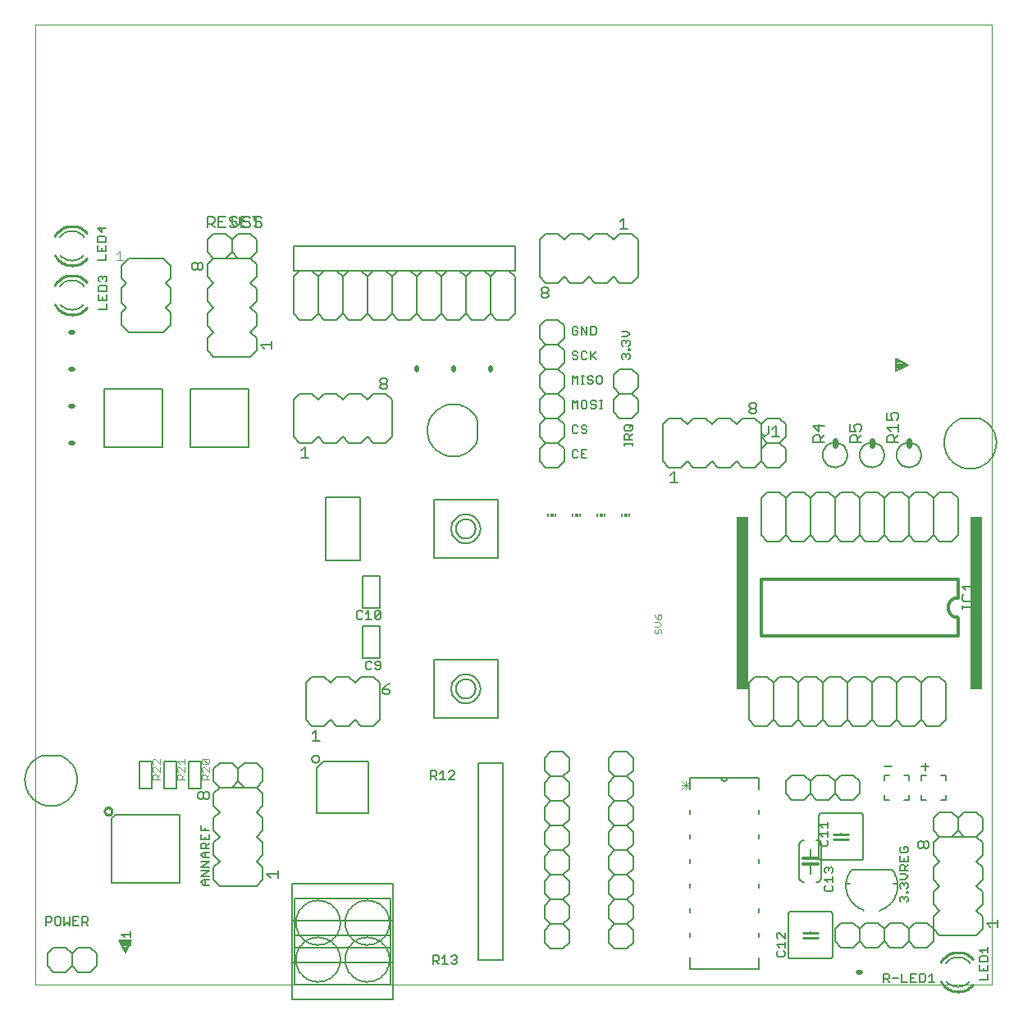
<source format=gto>
G75*
%MOIN*%
%OFA0B0*%
%FSLAX24Y24*%
%IPPOS*%
%LPD*%
%AMOC8*
5,1,8,0,0,1.08239X$1,22.5*
%
%ADD10C,0.0000*%
%ADD11C,0.0060*%
%ADD12C,0.0100*%
%ADD13C,0.0050*%
%ADD14C,0.0080*%
%ADD15C,0.0200*%
%ADD16C,0.0030*%
%ADD17C,0.0120*%
%ADD18R,0.0500X0.7000*%
%ADD19C,0.0240*%
%ADD20R,0.0059X0.0118*%
%ADD21R,0.0118X0.0118*%
%ADD22C,0.0040*%
D10*
X000535Y000725D02*
X000535Y039721D01*
X039405Y039721D01*
X039405Y000725D01*
X000535Y000725D01*
D11*
X001035Y001475D02*
X001285Y001225D01*
X001785Y001225D01*
X002035Y001475D01*
X002285Y001225D01*
X002785Y001225D01*
X003035Y001475D01*
X003035Y001975D01*
X002785Y002225D01*
X002285Y002225D01*
X002035Y001975D01*
X002035Y001475D01*
X002035Y001975D02*
X001785Y002225D01*
X001285Y002225D01*
X001035Y001975D01*
X001035Y001475D01*
X000985Y003125D02*
X000985Y003465D01*
X001155Y003465D01*
X001212Y003409D01*
X001212Y003295D01*
X001155Y003238D01*
X000985Y003238D01*
X001353Y003182D02*
X001410Y003125D01*
X001524Y003125D01*
X001580Y003182D01*
X001580Y003409D01*
X001524Y003465D01*
X001410Y003465D01*
X001353Y003409D01*
X001353Y003182D01*
X001722Y003125D02*
X001835Y003238D01*
X001949Y003125D01*
X001949Y003465D01*
X002090Y003465D02*
X002090Y003125D01*
X002317Y003125D01*
X002458Y003125D02*
X002458Y003465D01*
X002628Y003465D01*
X002685Y003409D01*
X002685Y003295D01*
X002628Y003238D01*
X002458Y003238D01*
X002572Y003238D02*
X002685Y003125D01*
X002317Y003465D02*
X002090Y003465D01*
X002090Y003295D02*
X002203Y003295D01*
X001722Y003465D02*
X001722Y003125D01*
X003655Y004845D02*
X003655Y007465D01*
X003795Y007605D01*
X006415Y007605D01*
X006415Y004845D01*
X003655Y004845D01*
X004399Y002864D02*
X004399Y002637D01*
X004399Y002750D02*
X004059Y002750D01*
X004172Y002637D01*
X004059Y002495D02*
X004059Y002382D01*
X004059Y002439D02*
X004342Y002439D01*
X004399Y002382D01*
X004399Y002325D01*
X004342Y002268D01*
X007265Y004868D02*
X007378Y004755D01*
X007605Y004755D01*
X007435Y004755D02*
X007435Y004982D01*
X007378Y004982D02*
X007605Y004982D01*
X007605Y005123D02*
X007265Y005123D01*
X007605Y005350D01*
X007265Y005350D01*
X007265Y005492D02*
X007605Y005718D01*
X007265Y005718D01*
X007378Y005860D02*
X007265Y005973D01*
X007378Y006087D01*
X007605Y006087D01*
X007605Y006228D02*
X007265Y006228D01*
X007265Y006398D01*
X007321Y006455D01*
X007435Y006455D01*
X007492Y006398D01*
X007492Y006228D01*
X007492Y006342D02*
X007605Y006455D01*
X007605Y006597D02*
X007605Y006823D01*
X007605Y006965D02*
X007265Y006965D01*
X007265Y007192D01*
X007435Y007078D02*
X007435Y006965D01*
X007265Y006823D02*
X007265Y006597D01*
X007605Y006597D01*
X007435Y006597D02*
X007435Y006710D01*
X007785Y006475D02*
X007785Y005975D01*
X008035Y005725D01*
X007785Y005475D01*
X007785Y004975D01*
X008035Y004725D01*
X009535Y004725D01*
X009785Y004975D01*
X009785Y005475D01*
X009535Y005725D01*
X009785Y005975D01*
X009785Y006475D01*
X009535Y006725D01*
X009785Y006975D01*
X009785Y007475D01*
X009535Y007725D01*
X009785Y007975D01*
X009785Y008475D01*
X009535Y008725D01*
X009035Y008725D01*
X008785Y008975D01*
X008785Y009475D01*
X009035Y009725D01*
X009535Y009725D01*
X009785Y009475D01*
X009785Y008975D01*
X009535Y008725D01*
X008035Y008725D01*
X008535Y008725D01*
X008785Y008975D01*
X008785Y009475D01*
X008535Y009725D01*
X008035Y009725D01*
X007785Y009475D01*
X007785Y008975D01*
X008035Y008725D01*
X007785Y008475D01*
X007785Y007975D01*
X008035Y007725D01*
X007785Y007475D01*
X007785Y006975D01*
X008035Y006725D01*
X007785Y006475D01*
X007435Y006087D02*
X007435Y005860D01*
X007378Y005860D02*
X007605Y005860D01*
X007605Y005492D02*
X007265Y005492D01*
X007378Y004982D02*
X007265Y004868D01*
X011785Y011225D02*
X011535Y011475D01*
X011535Y012975D01*
X011785Y013225D01*
X012285Y013225D01*
X012535Y012975D01*
X012785Y013225D01*
X013285Y013225D01*
X013535Y012975D01*
X013785Y013225D01*
X014285Y013225D01*
X014535Y012975D01*
X014535Y011475D01*
X014285Y011225D01*
X013785Y011225D01*
X013535Y011475D01*
X013285Y011225D01*
X012785Y011225D01*
X012535Y011475D01*
X012285Y011225D01*
X011785Y011225D01*
X014035Y013505D02*
X013978Y013562D01*
X013978Y013789D01*
X014035Y013845D01*
X014149Y013845D01*
X014205Y013789D01*
X014347Y013789D02*
X014347Y013732D01*
X014403Y013675D01*
X014574Y013675D01*
X014574Y013562D02*
X014574Y013789D01*
X014517Y013845D01*
X014403Y013845D01*
X014347Y013789D01*
X014347Y013562D02*
X014403Y013505D01*
X014517Y013505D01*
X014574Y013562D01*
X014205Y013562D02*
X014149Y013505D01*
X014035Y013505D01*
X013978Y015555D02*
X014205Y015555D01*
X014092Y015555D02*
X014092Y015895D01*
X013978Y015782D01*
X013837Y015839D02*
X013780Y015895D01*
X013667Y015895D01*
X013610Y015839D01*
X013610Y015612D01*
X013667Y015555D01*
X013780Y015555D01*
X013837Y015612D01*
X014347Y015612D02*
X014574Y015839D01*
X014574Y015612D01*
X014517Y015555D01*
X014403Y015555D01*
X014347Y015612D01*
X014347Y015839D01*
X014403Y015895D01*
X014517Y015895D01*
X014574Y015839D01*
X016615Y009395D02*
X016785Y009395D01*
X016842Y009339D01*
X016842Y009225D01*
X016785Y009168D01*
X016615Y009168D01*
X016615Y009055D02*
X016615Y009395D01*
X016729Y009168D02*
X016842Y009055D01*
X016983Y009055D02*
X017210Y009055D01*
X017097Y009055D02*
X017097Y009395D01*
X016983Y009282D01*
X017352Y009339D02*
X017408Y009395D01*
X017522Y009395D01*
X017579Y009339D01*
X017579Y009282D01*
X017352Y009055D01*
X017579Y009055D01*
X021235Y008925D02*
X021235Y008425D01*
X021485Y008175D01*
X021985Y008175D01*
X022235Y008425D01*
X022235Y008925D01*
X021985Y009175D01*
X021485Y009175D01*
X021235Y008925D01*
X021485Y009175D02*
X021235Y009425D01*
X021235Y009925D01*
X021485Y010175D01*
X021985Y010175D01*
X022235Y009925D01*
X022235Y009425D01*
X021985Y009175D01*
X021985Y008175D02*
X022235Y007925D01*
X022235Y007425D01*
X021985Y007175D01*
X022235Y006925D01*
X022235Y006425D01*
X021985Y006175D01*
X022235Y005925D01*
X022235Y005425D01*
X021985Y005175D01*
X021485Y005175D01*
X021235Y005425D01*
X021235Y005925D01*
X021485Y006175D01*
X021235Y006425D01*
X021235Y006925D01*
X021485Y007175D01*
X021235Y007425D01*
X021235Y007925D01*
X021485Y008175D01*
X021485Y007175D02*
X021985Y007175D01*
X021985Y006175D02*
X021485Y006175D01*
X021485Y005175D02*
X021235Y004925D01*
X021235Y004425D01*
X021485Y004175D01*
X021235Y003925D01*
X021235Y003425D01*
X021485Y003175D01*
X021235Y002925D01*
X021235Y002425D01*
X021485Y002175D01*
X021985Y002175D01*
X022235Y002425D01*
X022235Y002925D01*
X021985Y003175D01*
X021485Y003175D01*
X021985Y003175D02*
X022235Y003425D01*
X022235Y003925D01*
X021985Y004175D01*
X021485Y004175D01*
X021985Y004175D02*
X022235Y004425D01*
X022235Y004925D01*
X021985Y005175D01*
X023835Y004925D02*
X023835Y004425D01*
X024085Y004175D01*
X023835Y003925D01*
X023835Y003425D01*
X024085Y003175D01*
X023835Y002925D01*
X023835Y002425D01*
X024085Y002175D01*
X024585Y002175D01*
X024835Y002425D01*
X024835Y002925D01*
X024585Y003175D01*
X024085Y003175D01*
X024585Y003175D02*
X024835Y003425D01*
X024835Y003925D01*
X024585Y004175D01*
X024085Y004175D01*
X024585Y004175D02*
X024835Y004425D01*
X024835Y004925D01*
X024585Y005175D01*
X024085Y005175D01*
X023835Y005425D01*
X023835Y005925D01*
X024085Y006175D01*
X023835Y006425D01*
X023835Y006925D01*
X024085Y007175D01*
X023835Y007425D01*
X023835Y007925D01*
X024085Y008175D01*
X023835Y008425D01*
X023835Y008925D01*
X024085Y009175D01*
X023835Y009425D01*
X023835Y009925D01*
X024085Y010175D01*
X024585Y010175D01*
X024835Y009925D01*
X024835Y009425D01*
X024585Y009175D01*
X024835Y008925D01*
X024835Y008425D01*
X024585Y008175D01*
X024085Y008175D01*
X024585Y008175D02*
X024835Y007925D01*
X024835Y007425D01*
X024585Y007175D01*
X024835Y006925D01*
X024835Y006425D01*
X024585Y006175D01*
X024835Y005925D01*
X024835Y005425D01*
X024585Y005175D01*
X024085Y005175D02*
X023835Y004925D01*
X024085Y006175D02*
X024585Y006175D01*
X024585Y007175D02*
X024085Y007175D01*
X024085Y009175D02*
X024585Y009175D01*
X027135Y009105D02*
X027135Y008655D01*
X027135Y009105D02*
X028415Y009105D01*
X028655Y009105D01*
X029935Y009105D01*
X029935Y008635D01*
X029935Y007815D02*
X029935Y007635D01*
X029935Y006815D02*
X029935Y006635D01*
X029935Y005815D02*
X029935Y005635D01*
X029935Y004815D02*
X029935Y004635D01*
X029935Y003815D02*
X029935Y003635D01*
X029935Y002815D02*
X029935Y002635D01*
X030665Y002648D02*
X030721Y002592D01*
X030665Y002648D02*
X030665Y002762D01*
X030721Y002818D01*
X030778Y002818D01*
X031005Y002592D01*
X031005Y002818D01*
X031005Y002450D02*
X031005Y002223D01*
X031005Y002337D02*
X030665Y002337D01*
X030778Y002223D01*
X030721Y002082D02*
X030665Y002025D01*
X030665Y001912D01*
X030721Y001855D01*
X030948Y001855D01*
X031005Y001912D01*
X031005Y002025D01*
X030948Y002082D01*
X031135Y001875D02*
X031135Y003575D01*
X031137Y003592D01*
X031141Y003609D01*
X031148Y003625D01*
X031158Y003639D01*
X031171Y003652D01*
X031185Y003662D01*
X031201Y003669D01*
X031218Y003673D01*
X031235Y003675D01*
X032835Y003675D01*
X032852Y003673D01*
X032869Y003669D01*
X032885Y003662D01*
X032899Y003652D01*
X032912Y003639D01*
X032922Y003625D01*
X032929Y003609D01*
X032933Y003592D01*
X032935Y003575D01*
X032935Y001875D01*
X032933Y001858D01*
X032929Y001841D01*
X032922Y001825D01*
X032912Y001811D01*
X032899Y001798D01*
X032885Y001788D01*
X032869Y001781D01*
X032852Y001777D01*
X032835Y001775D01*
X031235Y001775D01*
X031218Y001777D01*
X031201Y001781D01*
X031185Y001788D01*
X031171Y001798D01*
X031158Y001811D01*
X031148Y001825D01*
X031141Y001841D01*
X031137Y001858D01*
X031135Y001875D01*
X032035Y002575D02*
X032035Y002625D01*
X032035Y002825D02*
X032035Y002875D01*
X033035Y002975D02*
X033035Y002475D01*
X033285Y002225D01*
X033785Y002225D01*
X034035Y002475D01*
X034285Y002225D01*
X034785Y002225D01*
X035035Y002475D01*
X035035Y002975D01*
X034785Y003225D01*
X034285Y003225D01*
X034035Y002975D01*
X034035Y002475D01*
X034035Y002975D02*
X033785Y003225D01*
X033285Y003225D01*
X033035Y002975D01*
X032898Y004500D02*
X032671Y004500D01*
X032615Y004557D01*
X032615Y004670D01*
X032671Y004727D01*
X032728Y004868D02*
X032615Y004982D01*
X032955Y004982D01*
X032955Y005095D02*
X032955Y004868D01*
X032898Y004727D02*
X032955Y004670D01*
X032955Y004557D01*
X032898Y004500D01*
X033490Y004825D02*
X033648Y004825D01*
X033710Y005375D02*
X035360Y005375D01*
X035665Y005350D02*
X035665Y005520D01*
X035721Y005577D01*
X035835Y005577D01*
X035892Y005520D01*
X035892Y005350D01*
X036005Y005350D02*
X035665Y005350D01*
X035665Y005209D02*
X035892Y005209D01*
X036005Y005095D01*
X035892Y004982D01*
X035665Y004982D01*
X035721Y004840D02*
X035778Y004840D01*
X035835Y004784D01*
X035892Y004840D01*
X035948Y004840D01*
X036005Y004784D01*
X036005Y004670D01*
X035948Y004613D01*
X035948Y004486D02*
X036005Y004486D01*
X036005Y004429D01*
X035948Y004429D01*
X035948Y004486D01*
X035948Y004288D02*
X036005Y004231D01*
X036005Y004118D01*
X035948Y004061D01*
X035835Y004174D02*
X035835Y004231D01*
X035892Y004288D01*
X035948Y004288D01*
X035835Y004231D02*
X035778Y004288D01*
X035721Y004288D01*
X035665Y004231D01*
X035665Y004118D01*
X035721Y004061D01*
X035721Y004613D02*
X035665Y004670D01*
X035665Y004784D01*
X035721Y004840D01*
X035835Y004784D02*
X035835Y004727D01*
X035580Y004825D02*
X035422Y004825D01*
X035892Y005463D02*
X036005Y005577D01*
X036005Y005718D02*
X036005Y005945D01*
X035948Y006087D02*
X036005Y006143D01*
X036005Y006257D01*
X035948Y006314D01*
X035835Y006314D01*
X035835Y006200D01*
X035948Y006087D02*
X035721Y006087D01*
X035665Y006143D01*
X035665Y006257D01*
X035721Y006314D01*
X035665Y005945D02*
X035665Y005718D01*
X036005Y005718D01*
X035835Y005718D02*
X035835Y005832D01*
X037035Y005975D02*
X037285Y005725D01*
X037035Y005475D01*
X037035Y004975D01*
X037285Y004725D01*
X037035Y004475D01*
X037035Y003975D01*
X037285Y003725D01*
X037035Y003475D01*
X037035Y002975D01*
X037035Y002475D01*
X036785Y002225D01*
X036285Y002225D01*
X036035Y002475D01*
X035785Y002225D01*
X035285Y002225D01*
X035035Y002475D01*
X035035Y002975D02*
X035285Y003225D01*
X035785Y003225D01*
X036035Y002975D01*
X036285Y003225D01*
X036785Y003225D01*
X037035Y002975D01*
X037285Y002725D01*
X038785Y002725D01*
X039035Y002975D01*
X039035Y003475D01*
X038785Y003725D01*
X039035Y003975D01*
X039035Y004475D01*
X038785Y004725D01*
X039035Y004975D01*
X039035Y005475D01*
X038785Y005725D01*
X039035Y005975D01*
X039035Y006475D01*
X038785Y006725D01*
X038285Y006725D01*
X038035Y006975D01*
X038035Y007475D01*
X038285Y007725D01*
X038785Y007725D01*
X039035Y007475D01*
X039035Y006975D01*
X038785Y006725D01*
X037285Y006725D01*
X037785Y006725D01*
X038035Y006975D01*
X038035Y007475D01*
X037785Y007725D01*
X037285Y007725D01*
X037035Y007475D01*
X037035Y006975D01*
X037285Y006725D01*
X037035Y006475D01*
X037035Y005975D01*
X036735Y008225D02*
X036535Y008225D01*
X036535Y008425D01*
X036035Y008425D02*
X036035Y008225D01*
X035835Y008225D01*
X035235Y008225D02*
X035035Y008225D01*
X035035Y008425D01*
X035035Y009025D02*
X035035Y009225D01*
X035235Y009225D01*
X035835Y009225D02*
X036035Y009225D01*
X036035Y009025D01*
X036535Y009025D02*
X036535Y009225D01*
X036735Y009225D01*
X037335Y009225D02*
X037535Y009225D01*
X037535Y009025D01*
X037535Y008425D02*
X037535Y008225D01*
X037335Y008225D01*
X037285Y011225D02*
X036785Y011225D01*
X036535Y011475D01*
X036535Y012975D01*
X036285Y013225D01*
X035785Y013225D01*
X035535Y012975D01*
X035535Y011475D01*
X035285Y011225D01*
X034785Y011225D01*
X034535Y011475D01*
X034535Y012975D01*
X034285Y013225D01*
X033785Y013225D01*
X033535Y012975D01*
X033535Y011475D01*
X033285Y011225D01*
X032785Y011225D01*
X032535Y011475D01*
X032535Y012975D01*
X032285Y013225D01*
X031785Y013225D01*
X031535Y012975D01*
X031535Y011475D01*
X031285Y011225D01*
X030785Y011225D01*
X030535Y011475D01*
X030285Y011225D01*
X029785Y011225D01*
X029535Y011475D01*
X029535Y012975D01*
X029785Y013225D01*
X030285Y013225D01*
X030535Y012975D01*
X030535Y011475D01*
X031535Y011475D02*
X031785Y011225D01*
X032285Y011225D01*
X032535Y011475D01*
X033535Y011475D02*
X033785Y011225D01*
X034285Y011225D01*
X034535Y011475D01*
X035535Y011475D02*
X035785Y011225D01*
X036285Y011225D01*
X036535Y011475D01*
X037285Y011225D02*
X037535Y011475D01*
X037535Y012975D01*
X037285Y013225D01*
X036785Y013225D01*
X036535Y012975D01*
X035535Y012975D02*
X035285Y013225D01*
X034785Y013225D01*
X034535Y012975D01*
X033535Y012975D02*
X033285Y013225D01*
X032785Y013225D01*
X032535Y012975D01*
X031535Y012975D02*
X031285Y013225D01*
X030785Y013225D01*
X030535Y012975D01*
X031285Y009225D02*
X031035Y008975D01*
X031035Y008475D01*
X031285Y008225D01*
X031785Y008225D01*
X032035Y008475D01*
X032285Y008225D01*
X032785Y008225D01*
X033035Y008475D01*
X033285Y008225D01*
X033785Y008225D01*
X034035Y008475D01*
X034035Y008975D01*
X033785Y009225D01*
X033285Y009225D01*
X033035Y008975D01*
X033035Y008475D01*
X033035Y008975D02*
X032785Y009225D01*
X032285Y009225D01*
X032035Y008975D01*
X032035Y008475D01*
X032035Y008975D02*
X031785Y009225D01*
X031285Y009225D01*
X032485Y007675D02*
X034085Y007675D01*
X034102Y007673D01*
X034119Y007669D01*
X034135Y007662D01*
X034149Y007652D01*
X034162Y007639D01*
X034172Y007625D01*
X034179Y007609D01*
X034183Y007592D01*
X034185Y007575D01*
X034185Y005875D01*
X034183Y005858D01*
X034179Y005841D01*
X034172Y005825D01*
X034162Y005811D01*
X034149Y005798D01*
X034135Y005788D01*
X034119Y005781D01*
X034102Y005777D01*
X034085Y005775D01*
X032485Y005775D01*
X032468Y005777D01*
X032451Y005781D01*
X032435Y005788D01*
X032421Y005798D01*
X032408Y005811D01*
X032398Y005825D01*
X032391Y005841D01*
X032387Y005858D01*
X032385Y005875D01*
X032385Y007575D01*
X032387Y007592D01*
X032391Y007609D01*
X032398Y007625D01*
X032408Y007639D01*
X032421Y007652D01*
X032435Y007662D01*
X032451Y007669D01*
X032468Y007673D01*
X032485Y007675D01*
X032755Y007318D02*
X032755Y007092D01*
X032755Y007205D02*
X032415Y007205D01*
X032528Y007092D01*
X032755Y006950D02*
X032755Y006723D01*
X032755Y006837D02*
X032415Y006837D01*
X032528Y006723D01*
X032471Y006582D02*
X032415Y006525D01*
X032415Y006412D01*
X032471Y006355D01*
X032698Y006355D01*
X032755Y006412D01*
X032755Y006525D01*
X032698Y006582D01*
X032485Y006375D02*
X032485Y005075D01*
X032483Y005049D01*
X032478Y005023D01*
X032470Y004998D01*
X032458Y004975D01*
X032444Y004953D01*
X032426Y004934D01*
X032407Y004916D01*
X032385Y004902D01*
X032362Y004890D01*
X032337Y004882D01*
X032311Y004877D01*
X032285Y004875D01*
X032035Y005225D02*
X032035Y005595D01*
X032035Y005845D02*
X032035Y006225D01*
X031785Y006575D02*
X031759Y006573D01*
X031733Y006568D01*
X031708Y006560D01*
X031685Y006548D01*
X031663Y006534D01*
X031644Y006516D01*
X031626Y006497D01*
X031612Y006475D01*
X031600Y006452D01*
X031592Y006427D01*
X031587Y006401D01*
X031585Y006375D01*
X031585Y005075D01*
X031587Y005049D01*
X031592Y005023D01*
X031600Y004998D01*
X031612Y004975D01*
X031626Y004953D01*
X031644Y004934D01*
X031663Y004916D01*
X031685Y004902D01*
X031708Y004890D01*
X031733Y004882D01*
X031759Y004877D01*
X031785Y004875D01*
X032615Y005293D02*
X032615Y005407D01*
X032671Y005464D01*
X032728Y005464D01*
X032785Y005407D01*
X032842Y005464D01*
X032898Y005464D01*
X032955Y005407D01*
X032955Y005293D01*
X032898Y005237D01*
X032785Y005350D02*
X032785Y005407D01*
X032671Y005237D02*
X032615Y005293D01*
X032485Y006375D02*
X032483Y006401D01*
X032478Y006427D01*
X032470Y006452D01*
X032458Y006475D01*
X032444Y006497D01*
X032426Y006516D01*
X032407Y006534D01*
X032385Y006548D01*
X032362Y006560D01*
X032337Y006568D01*
X032311Y006573D01*
X032285Y006575D01*
X033285Y006575D02*
X033285Y006625D01*
X033285Y006825D02*
X033285Y006875D01*
X033710Y005375D02*
X033673Y005324D01*
X033638Y005271D01*
X033606Y005215D01*
X033578Y005158D01*
X033554Y005099D01*
X033533Y005039D01*
X033516Y004978D01*
X033502Y004916D01*
X033493Y004853D01*
X033487Y004790D01*
X033485Y004726D01*
X033487Y004662D01*
X033493Y004599D01*
X033502Y004536D01*
X033515Y004474D01*
X033533Y004413D01*
X033553Y004353D01*
X033578Y004294D01*
X033605Y004237D01*
X033637Y004181D01*
X033671Y004128D01*
X033709Y004077D01*
X033750Y004028D01*
X033794Y003982D01*
X033840Y003938D01*
X033889Y003897D01*
X033940Y003860D01*
X033994Y003825D01*
X034049Y003794D01*
X034106Y003766D01*
X034165Y003742D01*
X034225Y003722D01*
X034845Y003722D02*
X034905Y003742D01*
X034964Y003766D01*
X035021Y003794D01*
X035076Y003825D01*
X035130Y003860D01*
X035181Y003897D01*
X035230Y003938D01*
X035276Y003982D01*
X035320Y004028D01*
X035361Y004077D01*
X035399Y004128D01*
X035433Y004181D01*
X035464Y004237D01*
X035492Y004294D01*
X035517Y004353D01*
X035537Y004413D01*
X035555Y004474D01*
X035568Y004536D01*
X035577Y004599D01*
X035583Y004662D01*
X035585Y004726D01*
X035583Y004790D01*
X035577Y004853D01*
X035568Y004916D01*
X035554Y004978D01*
X035537Y005039D01*
X035516Y005099D01*
X035492Y005158D01*
X035464Y005215D01*
X035432Y005271D01*
X035397Y005324D01*
X035360Y005375D01*
X036035Y002975D02*
X036035Y002475D01*
X036120Y001155D02*
X036120Y000815D01*
X036347Y000815D01*
X036488Y000815D02*
X036659Y000815D01*
X036715Y000872D01*
X036715Y001099D01*
X036659Y001155D01*
X036488Y001155D01*
X036488Y000815D01*
X036234Y000985D02*
X036120Y000985D01*
X036120Y001155D02*
X036347Y001155D01*
X035979Y000815D02*
X035752Y000815D01*
X035752Y001155D01*
X035610Y000985D02*
X035383Y000985D01*
X035242Y000985D02*
X035185Y000928D01*
X035015Y000928D01*
X035015Y000815D02*
X035015Y001155D01*
X035185Y001155D01*
X035242Y001099D01*
X035242Y000985D01*
X035129Y000928D02*
X035242Y000815D01*
X036857Y000815D02*
X037084Y000815D01*
X036970Y000815D02*
X036970Y001155D01*
X036857Y001042D01*
X038035Y001825D02*
X038082Y001823D01*
X038130Y001817D01*
X038176Y001808D01*
X038222Y001795D01*
X038266Y001779D01*
X038310Y001758D01*
X038351Y001735D01*
X038390Y001709D01*
X038427Y001679D01*
X038462Y001646D01*
X038494Y001611D01*
X038523Y001574D01*
X038915Y001642D02*
X038915Y001812D01*
X038971Y001868D01*
X039198Y001868D01*
X039255Y001812D01*
X039255Y001642D01*
X038915Y001642D01*
X038915Y001500D02*
X038915Y001273D01*
X039255Y001273D01*
X039255Y001500D01*
X039085Y001387D02*
X039085Y001273D01*
X039255Y001132D02*
X039255Y000905D01*
X038915Y000905D01*
X038035Y000625D02*
X037990Y000627D01*
X037944Y000632D01*
X037900Y000640D01*
X037856Y000652D01*
X037813Y000668D01*
X037771Y000686D01*
X037731Y000708D01*
X037693Y000732D01*
X037657Y000759D01*
X037622Y000789D01*
X037591Y000822D01*
X037561Y000857D01*
X038035Y000625D02*
X038080Y000627D01*
X038126Y000632D01*
X038170Y000640D01*
X038214Y000652D01*
X038257Y000668D01*
X038299Y000686D01*
X038339Y000708D01*
X038377Y000732D01*
X038413Y000759D01*
X038448Y000789D01*
X038479Y000822D01*
X038509Y000857D01*
X038035Y001825D02*
X037989Y001823D01*
X037943Y001818D01*
X037897Y001809D01*
X037852Y001797D01*
X037809Y001781D01*
X037767Y001762D01*
X037726Y001739D01*
X037687Y001714D01*
X037651Y001686D01*
X037616Y001655D01*
X037584Y001621D01*
X037555Y001585D01*
X038915Y002123D02*
X039255Y002123D01*
X039255Y002010D02*
X039255Y002237D01*
X039028Y002010D02*
X038915Y002123D01*
X029935Y001815D02*
X029935Y001345D01*
X027135Y001345D01*
X027135Y001815D01*
X027135Y002635D02*
X027135Y002815D01*
X027135Y003635D02*
X027135Y003815D01*
X027135Y004635D02*
X027135Y004815D01*
X027135Y005635D02*
X027135Y005815D01*
X027135Y006635D02*
X027135Y006815D01*
X027135Y007635D02*
X027135Y007795D01*
X028415Y009105D02*
X028417Y009084D01*
X028422Y009064D01*
X028431Y009045D01*
X028443Y009028D01*
X028458Y009013D01*
X028475Y009001D01*
X028494Y008992D01*
X028514Y008987D01*
X028535Y008985D01*
X028556Y008987D01*
X028576Y008992D01*
X028595Y009001D01*
X028612Y009013D01*
X028627Y009028D01*
X028639Y009045D01*
X028648Y009064D01*
X028653Y009084D01*
X028655Y009105D01*
X030285Y018725D02*
X030785Y018725D01*
X031035Y018975D01*
X031035Y020475D01*
X031285Y020725D01*
X031785Y020725D01*
X032035Y020475D01*
X032035Y018975D01*
X032285Y018725D01*
X032785Y018725D01*
X033035Y018975D01*
X033035Y020475D01*
X033285Y020725D01*
X033785Y020725D01*
X034035Y020475D01*
X034035Y018975D01*
X034285Y018725D01*
X034785Y018725D01*
X035035Y018975D01*
X035035Y020475D01*
X035285Y020725D01*
X035785Y020725D01*
X036035Y020475D01*
X036035Y018975D01*
X036285Y018725D01*
X036785Y018725D01*
X037035Y018975D01*
X037285Y018725D01*
X037785Y018725D01*
X038035Y018975D01*
X038035Y020475D01*
X037785Y020725D01*
X037285Y020725D01*
X037035Y020475D01*
X037035Y018975D01*
X036035Y018975D02*
X035785Y018725D01*
X035285Y018725D01*
X035035Y018975D01*
X034035Y018975D02*
X033785Y018725D01*
X033285Y018725D01*
X033035Y018975D01*
X032035Y018975D02*
X031785Y018725D01*
X031285Y018725D01*
X031035Y018975D01*
X030285Y018725D02*
X030035Y018975D01*
X030035Y020475D01*
X030285Y020725D01*
X030785Y020725D01*
X031035Y020475D01*
X032035Y020475D02*
X032285Y020725D01*
X032785Y020725D01*
X033035Y020475D01*
X034035Y020475D02*
X034285Y020725D01*
X034785Y020725D01*
X035035Y020475D01*
X036035Y020475D02*
X036285Y020725D01*
X036785Y020725D01*
X037035Y020475D01*
X035535Y022225D02*
X035537Y022269D01*
X035543Y022313D01*
X035553Y022356D01*
X035566Y022398D01*
X035583Y022439D01*
X035604Y022478D01*
X035628Y022515D01*
X035655Y022550D01*
X035685Y022582D01*
X035718Y022612D01*
X035754Y022638D01*
X035791Y022662D01*
X035831Y022681D01*
X035872Y022698D01*
X035915Y022710D01*
X035958Y022719D01*
X036002Y022724D01*
X036046Y022725D01*
X036090Y022722D01*
X036134Y022715D01*
X036177Y022704D01*
X036219Y022690D01*
X036259Y022672D01*
X036298Y022650D01*
X036334Y022626D01*
X036368Y022598D01*
X036400Y022567D01*
X036429Y022533D01*
X036455Y022497D01*
X036477Y022459D01*
X036496Y022419D01*
X036511Y022377D01*
X036523Y022335D01*
X036531Y022291D01*
X036535Y022247D01*
X036535Y022203D01*
X036531Y022159D01*
X036523Y022115D01*
X036511Y022073D01*
X036496Y022031D01*
X036477Y021991D01*
X036455Y021953D01*
X036429Y021917D01*
X036400Y021883D01*
X036368Y021852D01*
X036334Y021824D01*
X036298Y021800D01*
X036259Y021778D01*
X036219Y021760D01*
X036177Y021746D01*
X036134Y021735D01*
X036090Y021728D01*
X036046Y021725D01*
X036002Y021726D01*
X035958Y021731D01*
X035915Y021740D01*
X035872Y021752D01*
X035831Y021769D01*
X035791Y021788D01*
X035754Y021812D01*
X035718Y021838D01*
X035685Y021868D01*
X035655Y021900D01*
X035628Y021935D01*
X035604Y021972D01*
X035583Y022011D01*
X035566Y022052D01*
X035553Y022094D01*
X035543Y022137D01*
X035537Y022181D01*
X035535Y022225D01*
X034035Y022225D02*
X034037Y022269D01*
X034043Y022313D01*
X034053Y022356D01*
X034066Y022398D01*
X034083Y022439D01*
X034104Y022478D01*
X034128Y022515D01*
X034155Y022550D01*
X034185Y022582D01*
X034218Y022612D01*
X034254Y022638D01*
X034291Y022662D01*
X034331Y022681D01*
X034372Y022698D01*
X034415Y022710D01*
X034458Y022719D01*
X034502Y022724D01*
X034546Y022725D01*
X034590Y022722D01*
X034634Y022715D01*
X034677Y022704D01*
X034719Y022690D01*
X034759Y022672D01*
X034798Y022650D01*
X034834Y022626D01*
X034868Y022598D01*
X034900Y022567D01*
X034929Y022533D01*
X034955Y022497D01*
X034977Y022459D01*
X034996Y022419D01*
X035011Y022377D01*
X035023Y022335D01*
X035031Y022291D01*
X035035Y022247D01*
X035035Y022203D01*
X035031Y022159D01*
X035023Y022115D01*
X035011Y022073D01*
X034996Y022031D01*
X034977Y021991D01*
X034955Y021953D01*
X034929Y021917D01*
X034900Y021883D01*
X034868Y021852D01*
X034834Y021824D01*
X034798Y021800D01*
X034759Y021778D01*
X034719Y021760D01*
X034677Y021746D01*
X034634Y021735D01*
X034590Y021728D01*
X034546Y021725D01*
X034502Y021726D01*
X034458Y021731D01*
X034415Y021740D01*
X034372Y021752D01*
X034331Y021769D01*
X034291Y021788D01*
X034254Y021812D01*
X034218Y021838D01*
X034185Y021868D01*
X034155Y021900D01*
X034128Y021935D01*
X034104Y021972D01*
X034083Y022011D01*
X034066Y022052D01*
X034053Y022094D01*
X034043Y022137D01*
X034037Y022181D01*
X034035Y022225D01*
X032535Y022225D02*
X032537Y022269D01*
X032543Y022313D01*
X032553Y022356D01*
X032566Y022398D01*
X032583Y022439D01*
X032604Y022478D01*
X032628Y022515D01*
X032655Y022550D01*
X032685Y022582D01*
X032718Y022612D01*
X032754Y022638D01*
X032791Y022662D01*
X032831Y022681D01*
X032872Y022698D01*
X032915Y022710D01*
X032958Y022719D01*
X033002Y022724D01*
X033046Y022725D01*
X033090Y022722D01*
X033134Y022715D01*
X033177Y022704D01*
X033219Y022690D01*
X033259Y022672D01*
X033298Y022650D01*
X033334Y022626D01*
X033368Y022598D01*
X033400Y022567D01*
X033429Y022533D01*
X033455Y022497D01*
X033477Y022459D01*
X033496Y022419D01*
X033511Y022377D01*
X033523Y022335D01*
X033531Y022291D01*
X033535Y022247D01*
X033535Y022203D01*
X033531Y022159D01*
X033523Y022115D01*
X033511Y022073D01*
X033496Y022031D01*
X033477Y021991D01*
X033455Y021953D01*
X033429Y021917D01*
X033400Y021883D01*
X033368Y021852D01*
X033334Y021824D01*
X033298Y021800D01*
X033259Y021778D01*
X033219Y021760D01*
X033177Y021746D01*
X033134Y021735D01*
X033090Y021728D01*
X033046Y021725D01*
X033002Y021726D01*
X032958Y021731D01*
X032915Y021740D01*
X032872Y021752D01*
X032831Y021769D01*
X032791Y021788D01*
X032754Y021812D01*
X032718Y021838D01*
X032685Y021868D01*
X032655Y021900D01*
X032628Y021935D01*
X032604Y021972D01*
X032583Y022011D01*
X032566Y022052D01*
X032553Y022094D01*
X032543Y022137D01*
X032537Y022181D01*
X032535Y022225D01*
X031035Y021975D02*
X030785Y021725D01*
X030285Y021725D01*
X030035Y021975D01*
X030035Y022475D01*
X030285Y022725D01*
X030785Y022725D01*
X031035Y022475D01*
X031035Y021975D01*
X030785Y022725D02*
X030285Y022725D01*
X030035Y022975D01*
X030035Y023475D01*
X030285Y023725D01*
X030785Y023725D01*
X031035Y023475D01*
X031035Y022975D01*
X030785Y022725D01*
X030035Y023475D02*
X030035Y021975D01*
X029785Y021725D01*
X029285Y021725D01*
X029035Y021975D01*
X028785Y021725D01*
X028285Y021725D01*
X028035Y021975D01*
X027785Y021725D01*
X027285Y021725D01*
X027035Y021975D01*
X026785Y021725D01*
X026285Y021725D01*
X026035Y021975D01*
X026035Y023475D01*
X026285Y023725D01*
X026785Y023725D01*
X027035Y023475D01*
X027285Y023725D01*
X027785Y023725D01*
X028035Y023475D01*
X028285Y023725D01*
X028785Y023725D01*
X029035Y023475D01*
X029285Y023725D01*
X029785Y023725D01*
X030035Y023475D01*
X025035Y023975D02*
X025035Y024475D01*
X024785Y024725D01*
X025035Y024975D01*
X025035Y025475D01*
X024785Y025725D01*
X024285Y025725D01*
X024035Y025475D01*
X024035Y024975D01*
X024285Y024725D01*
X024785Y024725D01*
X024285Y024725D02*
X024035Y024475D01*
X024035Y023975D01*
X024285Y023725D01*
X024785Y023725D01*
X025035Y023975D01*
X024805Y023446D02*
X024692Y023332D01*
X024805Y023276D02*
X024748Y023219D01*
X024521Y023219D01*
X024465Y023276D01*
X024465Y023389D01*
X024521Y023446D01*
X024748Y023446D01*
X024805Y023389D01*
X024805Y023276D01*
X024805Y023077D02*
X024692Y022964D01*
X024692Y023021D02*
X024692Y022851D01*
X024805Y022851D02*
X024465Y022851D01*
X024465Y023021D01*
X024521Y023077D01*
X024635Y023077D01*
X024692Y023021D01*
X024805Y022718D02*
X024805Y022605D01*
X024805Y022662D02*
X024465Y022662D01*
X024465Y022718D02*
X024465Y022605D01*
X022960Y022445D02*
X022733Y022445D01*
X022733Y022105D01*
X022960Y022105D01*
X022847Y022275D02*
X022733Y022275D01*
X022592Y022162D02*
X022535Y022105D01*
X022422Y022105D01*
X022365Y022162D01*
X022365Y022389D01*
X022422Y022445D01*
X022535Y022445D01*
X022592Y022389D01*
X022035Y022475D02*
X022035Y021975D01*
X021785Y021725D01*
X021285Y021725D01*
X021035Y021975D01*
X021035Y022475D01*
X021285Y022725D01*
X021035Y022975D01*
X021035Y023475D01*
X021285Y023725D01*
X021035Y023975D01*
X021035Y024475D01*
X021285Y024725D01*
X021035Y024975D01*
X021035Y025475D01*
X021285Y025725D01*
X021035Y025975D01*
X021035Y026475D01*
X021285Y026725D01*
X021035Y026975D01*
X021035Y027475D01*
X021285Y027725D01*
X021785Y027725D01*
X022035Y027475D01*
X022035Y026975D01*
X021785Y026725D01*
X022035Y026475D01*
X022035Y025975D01*
X021785Y025725D01*
X021285Y025725D01*
X021785Y025725D02*
X022035Y025475D01*
X022035Y024975D01*
X021785Y024725D01*
X022035Y024475D01*
X022035Y023975D01*
X021785Y023725D01*
X022035Y023475D01*
X022035Y022975D01*
X021785Y022725D01*
X022035Y022475D01*
X021785Y022725D02*
X021285Y022725D01*
X021285Y023725D02*
X021785Y023725D01*
X022365Y023389D02*
X022365Y023162D01*
X022422Y023105D01*
X022535Y023105D01*
X022592Y023162D01*
X022733Y023162D02*
X022790Y023105D01*
X022904Y023105D01*
X022960Y023162D01*
X022960Y023218D01*
X022904Y023275D01*
X022790Y023275D01*
X022733Y023332D01*
X022733Y023389D01*
X022790Y023445D01*
X022904Y023445D01*
X022960Y023389D01*
X022592Y023389D02*
X022535Y023445D01*
X022422Y023445D01*
X022365Y023389D01*
X022365Y024105D02*
X022365Y024445D01*
X022479Y024332D01*
X022592Y024445D01*
X022592Y024105D01*
X022733Y024162D02*
X022790Y024105D01*
X022904Y024105D01*
X022960Y024162D01*
X022960Y024389D01*
X022904Y024445D01*
X022790Y024445D01*
X022733Y024389D01*
X022733Y024162D01*
X023102Y024162D02*
X023158Y024105D01*
X023272Y024105D01*
X023329Y024162D01*
X023329Y024218D01*
X023272Y024275D01*
X023158Y024275D01*
X023102Y024332D01*
X023102Y024389D01*
X023158Y024445D01*
X023272Y024445D01*
X023329Y024389D01*
X023470Y024445D02*
X023583Y024445D01*
X023527Y024445D02*
X023527Y024105D01*
X023583Y024105D02*
X023470Y024105D01*
X023517Y025105D02*
X023574Y025162D01*
X023574Y025389D01*
X023517Y025445D01*
X023404Y025445D01*
X023347Y025389D01*
X023347Y025162D01*
X023404Y025105D01*
X023517Y025105D01*
X023206Y025162D02*
X023149Y025105D01*
X023036Y025105D01*
X022979Y025162D01*
X023036Y025275D02*
X023149Y025275D01*
X023206Y025218D01*
X023206Y025162D01*
X023036Y025275D02*
X022979Y025332D01*
X022979Y025389D01*
X023036Y025445D01*
X023149Y025445D01*
X023206Y025389D01*
X022847Y025445D02*
X022733Y025445D01*
X022790Y025445D02*
X022790Y025105D01*
X022733Y025105D02*
X022847Y025105D01*
X022592Y025105D02*
X022592Y025445D01*
X022479Y025332D01*
X022365Y025445D01*
X022365Y025105D01*
X021785Y024725D02*
X021285Y024725D01*
X022422Y026105D02*
X022365Y026162D01*
X022422Y026105D02*
X022535Y026105D01*
X022592Y026162D01*
X022592Y026218D01*
X022535Y026275D01*
X022422Y026275D01*
X022365Y026332D01*
X022365Y026389D01*
X022422Y026445D01*
X022535Y026445D01*
X022592Y026389D01*
X022733Y026389D02*
X022733Y026162D01*
X022790Y026105D01*
X022904Y026105D01*
X022960Y026162D01*
X023102Y026218D02*
X023329Y026445D01*
X023102Y026445D02*
X023102Y026105D01*
X023158Y026275D02*
X023329Y026105D01*
X022960Y026389D02*
X022904Y026445D01*
X022790Y026445D01*
X022733Y026389D01*
X022733Y027105D02*
X022733Y027445D01*
X022960Y027105D01*
X022960Y027445D01*
X023102Y027445D02*
X023272Y027445D01*
X023329Y027389D01*
X023329Y027162D01*
X023272Y027105D01*
X023102Y027105D01*
X023102Y027445D01*
X022592Y027389D02*
X022535Y027445D01*
X022422Y027445D01*
X022365Y027389D01*
X022365Y027162D01*
X022422Y027105D01*
X022535Y027105D01*
X022592Y027162D01*
X022592Y027275D01*
X022479Y027275D01*
X021785Y026725D02*
X021285Y026725D01*
X020035Y027975D02*
X020035Y029475D01*
X019785Y029725D01*
X019285Y029725D01*
X019035Y029475D01*
X019035Y027975D01*
X019285Y027725D01*
X019785Y027725D01*
X020035Y027975D01*
X019035Y027975D02*
X018785Y027725D01*
X018285Y027725D01*
X018035Y027975D01*
X018035Y029475D01*
X018285Y029725D01*
X018785Y029725D01*
X019035Y029475D01*
X018035Y029475D02*
X017785Y029725D01*
X017285Y029725D01*
X017035Y029475D01*
X017035Y027975D01*
X017285Y027725D01*
X017785Y027725D01*
X018035Y027975D01*
X017035Y027975D02*
X016785Y027725D01*
X016285Y027725D01*
X016035Y027975D01*
X016035Y029475D01*
X016285Y029725D01*
X016785Y029725D01*
X017035Y029475D01*
X016035Y029475D02*
X015785Y029725D01*
X015285Y029725D01*
X015035Y029475D01*
X015035Y027975D01*
X015285Y027725D01*
X015785Y027725D01*
X016035Y027975D01*
X015035Y027975D02*
X014785Y027725D01*
X014285Y027725D01*
X014035Y027975D01*
X014035Y029475D01*
X014285Y029725D01*
X014785Y029725D01*
X015035Y029475D01*
X014035Y029475D02*
X013785Y029725D01*
X013285Y029725D01*
X013035Y029475D01*
X013035Y027975D01*
X013285Y027725D01*
X013785Y027725D01*
X014035Y027975D01*
X013035Y027975D02*
X012785Y027725D01*
X012285Y027725D01*
X012035Y027975D01*
X012035Y029475D01*
X012285Y029725D01*
X012785Y029725D01*
X013035Y029475D01*
X012035Y029475D02*
X011785Y029725D01*
X011285Y029725D01*
X011035Y029475D01*
X011035Y027975D01*
X011285Y027725D01*
X011785Y027725D01*
X012035Y027975D01*
X009535Y027975D02*
X009535Y027475D01*
X009285Y027225D01*
X009535Y026975D01*
X009535Y026475D01*
X009285Y026225D01*
X007785Y026225D01*
X007535Y026475D01*
X007535Y026975D01*
X007785Y027225D01*
X007535Y027475D01*
X007535Y027975D01*
X007785Y028225D01*
X007535Y028475D01*
X007535Y028975D01*
X007785Y029225D01*
X007535Y029475D01*
X007535Y029975D01*
X007785Y030225D01*
X008285Y030225D01*
X008535Y030475D01*
X008785Y030225D01*
X009285Y030225D01*
X009535Y030475D01*
X009535Y030975D01*
X009285Y031225D01*
X008785Y031225D01*
X008535Y030975D01*
X008535Y030475D01*
X008535Y030975D01*
X008285Y031225D01*
X007785Y031225D01*
X007535Y030975D01*
X007535Y030475D01*
X007785Y030225D01*
X009285Y030225D01*
X009535Y029975D01*
X009535Y029475D01*
X009285Y029225D01*
X009535Y028975D01*
X009535Y028475D01*
X009285Y028225D01*
X009535Y027975D01*
X011285Y024725D02*
X011035Y024475D01*
X011035Y022975D01*
X011285Y022725D01*
X011785Y022725D01*
X012035Y022975D01*
X012285Y022725D01*
X012785Y022725D01*
X013035Y022975D01*
X013285Y022725D01*
X013785Y022725D01*
X014035Y022975D01*
X014285Y022725D01*
X014785Y022725D01*
X015035Y022975D01*
X015035Y024475D01*
X014785Y024725D01*
X014285Y024725D01*
X014035Y024475D01*
X013785Y024725D01*
X013285Y024725D01*
X013035Y024475D01*
X012785Y024725D01*
X012285Y024725D01*
X012035Y024475D01*
X011785Y024725D01*
X011285Y024725D01*
X003455Y028155D02*
X003455Y028382D01*
X003455Y028523D02*
X003455Y028750D01*
X003455Y028892D02*
X003455Y029062D01*
X003398Y029118D01*
X003171Y029118D01*
X003115Y029062D01*
X003115Y028892D01*
X003455Y028892D01*
X003285Y028637D02*
X003285Y028523D01*
X003115Y028523D02*
X003455Y028523D01*
X003115Y028523D02*
X003115Y028750D01*
X003171Y029260D02*
X003115Y029317D01*
X003115Y029430D01*
X003171Y029487D01*
X003228Y029487D01*
X003285Y029430D01*
X003342Y029487D01*
X003398Y029487D01*
X003455Y029430D01*
X003455Y029317D01*
X003398Y029260D01*
X003285Y029373D02*
X003285Y029430D01*
X003405Y030155D02*
X003065Y030155D01*
X003405Y030155D02*
X003405Y030382D01*
X003405Y030523D02*
X003405Y030750D01*
X003405Y030892D02*
X003405Y031062D01*
X003348Y031118D01*
X003121Y031118D01*
X003065Y031062D01*
X003065Y030892D01*
X003405Y030892D01*
X003235Y030637D02*
X003235Y030523D01*
X003065Y030523D02*
X003405Y030523D01*
X003065Y030523D02*
X003065Y030750D01*
X003235Y031260D02*
X003065Y031430D01*
X003405Y031430D01*
X003235Y031487D02*
X003235Y031260D01*
X002035Y030125D02*
X001990Y030127D01*
X001944Y030132D01*
X001900Y030140D01*
X001856Y030152D01*
X001813Y030168D01*
X001771Y030186D01*
X001731Y030208D01*
X001693Y030232D01*
X001657Y030259D01*
X001622Y030289D01*
X001591Y030322D01*
X001561Y030357D01*
X002035Y031325D02*
X002082Y031323D01*
X002130Y031317D01*
X002176Y031308D01*
X002222Y031295D01*
X002266Y031279D01*
X002310Y031258D01*
X002351Y031235D01*
X002390Y031209D01*
X002427Y031179D01*
X002462Y031146D01*
X002494Y031111D01*
X002523Y031074D01*
X002035Y031325D02*
X001989Y031323D01*
X001943Y031318D01*
X001897Y031309D01*
X001852Y031297D01*
X001809Y031281D01*
X001767Y031262D01*
X001726Y031239D01*
X001687Y031214D01*
X001651Y031186D01*
X001616Y031155D01*
X001584Y031121D01*
X001555Y031085D01*
X002035Y030125D02*
X002080Y030127D01*
X002126Y030132D01*
X002170Y030140D01*
X002214Y030152D01*
X002257Y030168D01*
X002299Y030186D01*
X002339Y030208D01*
X002377Y030232D01*
X002413Y030259D01*
X002448Y030289D01*
X002479Y030322D01*
X002509Y030357D01*
X001561Y028357D02*
X001591Y028322D01*
X001622Y028289D01*
X001657Y028259D01*
X001693Y028232D01*
X001731Y028208D01*
X001771Y028186D01*
X001813Y028168D01*
X001856Y028152D01*
X001900Y028140D01*
X001944Y028132D01*
X001990Y028127D01*
X002035Y028125D01*
X001555Y029085D02*
X001584Y029121D01*
X001616Y029155D01*
X001651Y029186D01*
X001687Y029214D01*
X001726Y029239D01*
X001767Y029262D01*
X001809Y029281D01*
X001852Y029297D01*
X001897Y029309D01*
X001943Y029318D01*
X001989Y029323D01*
X002035Y029325D01*
X002509Y028357D02*
X002479Y028322D01*
X002448Y028289D01*
X002413Y028259D01*
X002377Y028232D01*
X002339Y028208D01*
X002299Y028186D01*
X002257Y028168D01*
X002214Y028152D01*
X002170Y028140D01*
X002126Y028132D01*
X002080Y028127D01*
X002035Y028125D01*
X002523Y029074D02*
X002494Y029111D01*
X002462Y029146D01*
X002427Y029179D01*
X002390Y029209D01*
X002351Y029235D01*
X002310Y029258D01*
X002266Y029279D01*
X002222Y029295D01*
X002176Y029308D01*
X002130Y029317D01*
X002082Y029323D01*
X002035Y029325D01*
X003115Y028155D02*
X003455Y028155D01*
X021035Y029475D02*
X021035Y030975D01*
X021285Y031225D01*
X021785Y031225D01*
X022035Y030975D01*
X022285Y031225D01*
X022785Y031225D01*
X023035Y030975D01*
X023285Y031225D01*
X023785Y031225D01*
X024035Y030975D01*
X024285Y031225D01*
X024785Y031225D01*
X025035Y030975D01*
X025035Y029475D01*
X024785Y029225D01*
X024285Y029225D01*
X024035Y029475D01*
X023785Y029225D01*
X023285Y029225D01*
X023035Y029475D01*
X022785Y029225D01*
X022285Y029225D01*
X022035Y029475D01*
X021785Y029225D01*
X021285Y029225D01*
X021035Y029475D01*
X024365Y027253D02*
X024592Y027253D01*
X024705Y027139D01*
X024592Y027026D01*
X024365Y027026D01*
X024421Y026884D02*
X024365Y026828D01*
X024365Y026714D01*
X024421Y026657D01*
X024535Y026771D02*
X024535Y026828D01*
X024592Y026884D01*
X024648Y026884D01*
X024705Y026828D01*
X024705Y026714D01*
X024648Y026657D01*
X024648Y026530D02*
X024705Y026530D01*
X024705Y026473D01*
X024648Y026473D01*
X024648Y026530D01*
X024648Y026332D02*
X024705Y026275D01*
X024705Y026162D01*
X024648Y026105D01*
X024535Y026218D02*
X024535Y026275D01*
X024592Y026332D01*
X024648Y026332D01*
X024535Y026275D02*
X024478Y026332D01*
X024421Y026332D01*
X024365Y026275D01*
X024365Y026162D01*
X024421Y026105D01*
X024535Y026828D02*
X024478Y026884D01*
X024421Y026884D01*
X017617Y001895D02*
X017503Y001895D01*
X017447Y001839D01*
X017560Y001725D02*
X017617Y001725D01*
X017674Y001668D01*
X017674Y001612D01*
X017617Y001555D01*
X017503Y001555D01*
X017447Y001612D01*
X017305Y001555D02*
X017078Y001555D01*
X017192Y001555D02*
X017192Y001895D01*
X017078Y001782D01*
X016937Y001839D02*
X016937Y001725D01*
X016880Y001668D01*
X016710Y001668D01*
X016710Y001555D02*
X016710Y001895D01*
X016880Y001895D01*
X016937Y001839D01*
X016824Y001668D02*
X016937Y001555D01*
X017617Y001725D02*
X017674Y001782D01*
X017674Y001839D01*
X017617Y001895D01*
D12*
X031735Y002625D02*
X032035Y002625D01*
X032335Y002625D01*
X032335Y002825D02*
X032035Y002825D01*
X031735Y002825D01*
X032985Y006625D02*
X033285Y006625D01*
X033585Y006625D01*
X033585Y006825D02*
X033285Y006825D01*
X032985Y006825D01*
X037340Y000828D02*
X037370Y000780D01*
X037403Y000735D01*
X037439Y000692D01*
X037477Y000651D01*
X037519Y000614D01*
X037563Y000579D01*
X037609Y000548D01*
X037658Y000519D01*
X037708Y000495D01*
X037760Y000474D01*
X037814Y000456D01*
X037868Y000443D01*
X037923Y000433D01*
X037979Y000427D01*
X038035Y000425D01*
X037329Y001601D02*
X037356Y001648D01*
X037386Y001693D01*
X037419Y001736D01*
X037455Y001776D01*
X037494Y001814D01*
X037535Y001849D01*
X037578Y001882D01*
X037623Y001911D01*
X037671Y001937D01*
X037720Y001960D01*
X037770Y001980D01*
X037821Y001996D01*
X037874Y002009D01*
X037927Y002018D01*
X037981Y002023D01*
X038035Y002025D01*
X038646Y000708D02*
X038610Y000669D01*
X038571Y000631D01*
X038531Y000597D01*
X038488Y000565D01*
X038443Y000537D01*
X038396Y000511D01*
X038347Y000488D01*
X038297Y000469D01*
X038246Y000453D01*
X038194Y000441D01*
X038142Y000432D01*
X038088Y000427D01*
X038035Y000425D01*
X038650Y001737D02*
X038614Y001777D01*
X038575Y001815D01*
X038534Y001850D01*
X038491Y001882D01*
X038446Y001912D01*
X038399Y001938D01*
X038350Y001960D01*
X038299Y001980D01*
X038248Y001996D01*
X038196Y002009D01*
X038142Y002018D01*
X038089Y002023D01*
X038035Y002025D01*
X003355Y007755D02*
X003357Y007779D01*
X003363Y007803D01*
X003372Y007825D01*
X003385Y007845D01*
X003401Y007863D01*
X003420Y007878D01*
X003441Y007891D01*
X003463Y007899D01*
X003487Y007904D01*
X003511Y007905D01*
X003535Y007902D01*
X003558Y007895D01*
X003580Y007885D01*
X003600Y007871D01*
X003617Y007854D01*
X003632Y007835D01*
X003643Y007814D01*
X003651Y007791D01*
X003655Y007767D01*
X003655Y007743D01*
X003651Y007719D01*
X003643Y007696D01*
X003632Y007675D01*
X003617Y007656D01*
X003600Y007639D01*
X003580Y007625D01*
X003558Y007615D01*
X003535Y007608D01*
X003511Y007605D01*
X003487Y007606D01*
X003463Y007611D01*
X003441Y007619D01*
X003420Y007632D01*
X003401Y007647D01*
X003385Y007665D01*
X003372Y007685D01*
X003363Y007707D01*
X003357Y007731D01*
X003355Y007755D01*
X001329Y029101D02*
X001356Y029148D01*
X001386Y029193D01*
X001419Y029236D01*
X001455Y029276D01*
X001494Y029314D01*
X001535Y029349D01*
X001578Y029382D01*
X001623Y029411D01*
X001671Y029437D01*
X001720Y029460D01*
X001770Y029480D01*
X001821Y029496D01*
X001874Y029509D01*
X001927Y029518D01*
X001981Y029523D01*
X002035Y029525D01*
X001340Y028328D02*
X001370Y028280D01*
X001403Y028235D01*
X001439Y028192D01*
X001477Y028151D01*
X001519Y028114D01*
X001563Y028079D01*
X001609Y028048D01*
X001658Y028019D01*
X001708Y027995D01*
X001760Y027974D01*
X001814Y027956D01*
X001868Y027943D01*
X001923Y027933D01*
X001979Y027927D01*
X002035Y027925D01*
X002088Y027927D01*
X002142Y027932D01*
X002194Y027941D01*
X002246Y027953D01*
X002297Y027969D01*
X002347Y027988D01*
X002396Y028011D01*
X002443Y028037D01*
X002488Y028065D01*
X002531Y028097D01*
X002571Y028131D01*
X002610Y028169D01*
X002646Y028208D01*
X002650Y029237D02*
X002614Y029277D01*
X002575Y029315D01*
X002534Y029350D01*
X002491Y029382D01*
X002446Y029412D01*
X002399Y029438D01*
X002350Y029460D01*
X002299Y029480D01*
X002248Y029496D01*
X002196Y029509D01*
X002142Y029518D01*
X002089Y029523D01*
X002035Y029525D01*
X001329Y031101D02*
X001356Y031148D01*
X001386Y031193D01*
X001419Y031236D01*
X001455Y031276D01*
X001494Y031314D01*
X001535Y031349D01*
X001578Y031382D01*
X001623Y031411D01*
X001671Y031437D01*
X001720Y031460D01*
X001770Y031480D01*
X001821Y031496D01*
X001874Y031509D01*
X001927Y031518D01*
X001981Y031523D01*
X002035Y031525D01*
X001340Y030328D02*
X001370Y030280D01*
X001403Y030235D01*
X001439Y030192D01*
X001477Y030151D01*
X001519Y030114D01*
X001563Y030079D01*
X001609Y030048D01*
X001658Y030019D01*
X001708Y029995D01*
X001760Y029974D01*
X001814Y029956D01*
X001868Y029943D01*
X001923Y029933D01*
X001979Y029927D01*
X002035Y029925D01*
X002088Y029927D01*
X002142Y029932D01*
X002194Y029941D01*
X002246Y029953D01*
X002297Y029969D01*
X002347Y029988D01*
X002396Y030011D01*
X002443Y030037D01*
X002488Y030065D01*
X002531Y030097D01*
X002571Y030131D01*
X002610Y030169D01*
X002646Y030208D01*
X002650Y031237D02*
X002614Y031277D01*
X002575Y031315D01*
X002534Y031350D01*
X002491Y031382D01*
X002446Y031412D01*
X002399Y031438D01*
X002350Y031460D01*
X002299Y031480D01*
X002248Y031496D01*
X002196Y031509D01*
X002142Y031518D01*
X002089Y031523D01*
X002035Y031525D01*
D13*
X004035Y029925D02*
X004035Y029425D01*
X004235Y029225D01*
X004035Y029025D01*
X004035Y028425D01*
X004235Y028225D01*
X004035Y028025D01*
X004035Y027525D01*
X004335Y027225D01*
X005735Y027225D01*
X006035Y027525D01*
X006035Y028025D01*
X005835Y028225D01*
X006035Y028425D01*
X006035Y029025D01*
X005835Y029225D01*
X006035Y029425D01*
X006035Y029925D01*
X005735Y030225D01*
X004335Y030225D01*
X004035Y029925D01*
X006910Y029975D02*
X006910Y029825D01*
X006985Y029750D01*
X007060Y029750D01*
X007135Y029825D01*
X007135Y029975D01*
X007210Y030050D01*
X007285Y030050D01*
X007360Y029975D01*
X007360Y029825D01*
X007285Y029750D01*
X007210Y029750D01*
X007135Y029825D01*
X007135Y029975D02*
X007060Y030050D01*
X006985Y030050D01*
X006910Y029975D01*
X007530Y031470D02*
X007530Y031920D01*
X007755Y031920D01*
X007830Y031845D01*
X007830Y031695D01*
X007755Y031620D01*
X007530Y031620D01*
X007680Y031620D02*
X007830Y031470D01*
X007990Y031470D02*
X008291Y031470D01*
X008451Y031545D02*
X008526Y031470D01*
X008676Y031470D01*
X008751Y031545D01*
X008751Y031620D01*
X008676Y031695D01*
X008526Y031695D01*
X008451Y031770D01*
X008451Y031845D01*
X008526Y031920D01*
X008676Y031920D01*
X008751Y031845D01*
X008830Y031920D02*
X008830Y031620D01*
X008680Y031470D01*
X008530Y031620D01*
X008530Y031920D01*
X008291Y031920D02*
X007990Y031920D01*
X007990Y031470D01*
X007990Y031695D02*
X008141Y031695D01*
X008911Y031695D02*
X009061Y031695D01*
X009066Y031695D02*
X009216Y031695D01*
X009291Y031620D01*
X009291Y031545D01*
X009216Y031470D01*
X009066Y031470D01*
X008990Y031545D01*
X008911Y031470D02*
X009212Y031470D01*
X009451Y031545D02*
X009526Y031470D01*
X009676Y031470D01*
X009751Y031545D01*
X009751Y031620D01*
X009676Y031695D01*
X009526Y031695D01*
X009451Y031770D01*
X009451Y031845D01*
X009526Y031920D01*
X009676Y031920D01*
X009751Y031845D01*
X009672Y031920D02*
X009372Y031920D01*
X009291Y031845D02*
X009216Y031920D01*
X009066Y031920D01*
X008990Y031845D01*
X008990Y031770D01*
X009066Y031695D01*
X009212Y031920D02*
X008911Y031920D01*
X008911Y031470D01*
X009522Y031470D02*
X009522Y031920D01*
X011035Y030725D02*
X011035Y029725D01*
X020035Y029725D01*
X020035Y030725D01*
X011035Y030725D01*
X010160Y026850D02*
X010160Y026550D01*
X010160Y026700D02*
X009710Y026700D01*
X009860Y026550D01*
X009216Y024906D02*
X009216Y022544D01*
X006854Y022544D01*
X006854Y024906D01*
X009216Y024906D01*
X011510Y022550D02*
X011510Y022100D01*
X011360Y022100D02*
X011660Y022100D01*
X011360Y022400D02*
X011510Y022550D01*
X014560Y024975D02*
X014560Y025050D01*
X014635Y025125D01*
X014785Y025125D01*
X014860Y025050D01*
X014860Y024975D01*
X014785Y024900D01*
X014635Y024900D01*
X014560Y024975D01*
X014635Y025125D02*
X014560Y025200D01*
X014560Y025275D01*
X014635Y025350D01*
X014785Y025350D01*
X014860Y025275D01*
X014860Y025200D01*
X014785Y025125D01*
X018519Y023619D02*
X018493Y023678D01*
X018464Y023735D01*
X018432Y023790D01*
X018396Y023844D01*
X018357Y023895D01*
X018314Y023943D01*
X018269Y023989D01*
X018222Y024032D01*
X018172Y024073D01*
X018119Y024110D01*
X018064Y024143D01*
X018008Y024174D01*
X017949Y024201D01*
X017889Y024224D01*
X017828Y024244D01*
X017766Y024260D01*
X017702Y024272D01*
X017639Y024280D01*
X017575Y024284D01*
X017510Y024285D01*
X017446Y024281D01*
X017382Y024274D01*
X017319Y024263D01*
X017256Y024248D01*
X017195Y024229D01*
X017134Y024206D01*
X017076Y024180D01*
X017019Y024151D01*
X016963Y024118D01*
X016910Y024081D01*
X016860Y024042D01*
X016811Y023999D01*
X016766Y023954D01*
X016723Y023906D01*
X016683Y023856D01*
X016646Y023803D01*
X016613Y023748D01*
X016583Y023691D01*
X016556Y023632D01*
X016533Y023572D01*
X016514Y023511D01*
X016499Y023448D01*
X016487Y023385D01*
X016479Y023321D01*
X016475Y023257D01*
X016475Y023193D01*
X016479Y023129D01*
X016487Y023065D01*
X016499Y023002D01*
X016514Y022939D01*
X016533Y022878D01*
X016556Y022818D01*
X016583Y022759D01*
X016613Y022702D01*
X016646Y022647D01*
X016683Y022594D01*
X016723Y022544D01*
X016766Y022496D01*
X016811Y022451D01*
X016860Y022408D01*
X016910Y022369D01*
X016963Y022332D01*
X017019Y022299D01*
X017076Y022270D01*
X017134Y022244D01*
X017195Y022221D01*
X017256Y022202D01*
X017319Y022187D01*
X017382Y022176D01*
X017446Y022169D01*
X017510Y022165D01*
X017575Y022166D01*
X017639Y022170D01*
X017702Y022178D01*
X017766Y022190D01*
X017828Y022206D01*
X017889Y022226D01*
X017949Y022249D01*
X018008Y022276D01*
X018064Y022307D01*
X018119Y022340D01*
X018172Y022377D01*
X018222Y022418D01*
X018269Y022461D01*
X018314Y022507D01*
X018357Y022555D01*
X018396Y022606D01*
X018432Y022660D01*
X018464Y022715D01*
X018493Y022772D01*
X018519Y022831D01*
X018519Y023619D01*
X019334Y020406D02*
X016736Y020406D01*
X016736Y018044D01*
X019334Y018044D01*
X019334Y020406D01*
X017641Y019225D02*
X017643Y019264D01*
X017649Y019303D01*
X017659Y019341D01*
X017672Y019378D01*
X017689Y019413D01*
X017709Y019447D01*
X017733Y019478D01*
X017760Y019507D01*
X017789Y019533D01*
X017821Y019556D01*
X017855Y019576D01*
X017891Y019592D01*
X017928Y019604D01*
X017967Y019613D01*
X018006Y019618D01*
X018045Y019619D01*
X018084Y019616D01*
X018123Y019609D01*
X018160Y019598D01*
X018197Y019584D01*
X018232Y019566D01*
X018265Y019545D01*
X018296Y019520D01*
X018324Y019493D01*
X018349Y019463D01*
X018371Y019430D01*
X018390Y019396D01*
X018405Y019360D01*
X018417Y019322D01*
X018425Y019284D01*
X018429Y019245D01*
X018429Y019205D01*
X018425Y019166D01*
X018417Y019128D01*
X018405Y019090D01*
X018390Y019054D01*
X018371Y019020D01*
X018349Y018987D01*
X018324Y018957D01*
X018296Y018930D01*
X018265Y018905D01*
X018232Y018884D01*
X018197Y018866D01*
X018160Y018852D01*
X018123Y018841D01*
X018084Y018834D01*
X018045Y018831D01*
X018006Y018832D01*
X017967Y018837D01*
X017928Y018846D01*
X017891Y018858D01*
X017855Y018874D01*
X017821Y018894D01*
X017789Y018917D01*
X017760Y018943D01*
X017733Y018972D01*
X017709Y019003D01*
X017689Y019037D01*
X017672Y019072D01*
X017659Y019109D01*
X017649Y019147D01*
X017643Y019186D01*
X017641Y019225D01*
X017443Y019225D02*
X017445Y019273D01*
X017451Y019321D01*
X017461Y019368D01*
X017474Y019415D01*
X017492Y019460D01*
X017513Y019503D01*
X017537Y019545D01*
X017565Y019585D01*
X017596Y019622D01*
X017629Y019656D01*
X017666Y019688D01*
X017705Y019716D01*
X017746Y019742D01*
X017789Y019764D01*
X017834Y019782D01*
X017880Y019796D01*
X017927Y019807D01*
X017975Y019814D01*
X018023Y019817D01*
X018071Y019816D01*
X018119Y019811D01*
X018167Y019802D01*
X018213Y019789D01*
X018259Y019773D01*
X018303Y019753D01*
X018345Y019729D01*
X018385Y019703D01*
X018423Y019672D01*
X018458Y019639D01*
X018490Y019603D01*
X018520Y019565D01*
X018546Y019524D01*
X018568Y019482D01*
X018588Y019438D01*
X018603Y019392D01*
X018615Y019345D01*
X018623Y019297D01*
X018627Y019249D01*
X018627Y019201D01*
X018623Y019153D01*
X018615Y019105D01*
X018603Y019058D01*
X018588Y019012D01*
X018568Y018968D01*
X018546Y018926D01*
X018520Y018885D01*
X018490Y018847D01*
X018458Y018811D01*
X018423Y018778D01*
X018385Y018747D01*
X018345Y018721D01*
X018303Y018697D01*
X018259Y018677D01*
X018213Y018661D01*
X018167Y018648D01*
X018119Y018639D01*
X018071Y018634D01*
X018023Y018633D01*
X017975Y018636D01*
X017927Y018643D01*
X017880Y018654D01*
X017834Y018668D01*
X017789Y018686D01*
X017746Y018708D01*
X017705Y018734D01*
X017666Y018762D01*
X017629Y018794D01*
X017596Y018828D01*
X017565Y018865D01*
X017537Y018905D01*
X017513Y018947D01*
X017492Y018990D01*
X017474Y019035D01*
X017461Y019082D01*
X017451Y019129D01*
X017445Y019177D01*
X017443Y019225D01*
X014535Y017325D02*
X014535Y016025D01*
X013835Y016025D01*
X013835Y017325D01*
X014535Y017325D01*
X014535Y015275D02*
X013835Y015275D01*
X013835Y013975D01*
X014535Y013975D01*
X014535Y015275D01*
X016736Y013906D02*
X016736Y011544D01*
X019334Y011544D01*
X019334Y013906D01*
X016736Y013906D01*
X017641Y012725D02*
X017643Y012764D01*
X017649Y012803D01*
X017659Y012841D01*
X017672Y012878D01*
X017689Y012913D01*
X017709Y012947D01*
X017733Y012978D01*
X017760Y013007D01*
X017789Y013033D01*
X017821Y013056D01*
X017855Y013076D01*
X017891Y013092D01*
X017928Y013104D01*
X017967Y013113D01*
X018006Y013118D01*
X018045Y013119D01*
X018084Y013116D01*
X018123Y013109D01*
X018160Y013098D01*
X018197Y013084D01*
X018232Y013066D01*
X018265Y013045D01*
X018296Y013020D01*
X018324Y012993D01*
X018349Y012963D01*
X018371Y012930D01*
X018390Y012896D01*
X018405Y012860D01*
X018417Y012822D01*
X018425Y012784D01*
X018429Y012745D01*
X018429Y012705D01*
X018425Y012666D01*
X018417Y012628D01*
X018405Y012590D01*
X018390Y012554D01*
X018371Y012520D01*
X018349Y012487D01*
X018324Y012457D01*
X018296Y012430D01*
X018265Y012405D01*
X018232Y012384D01*
X018197Y012366D01*
X018160Y012352D01*
X018123Y012341D01*
X018084Y012334D01*
X018045Y012331D01*
X018006Y012332D01*
X017967Y012337D01*
X017928Y012346D01*
X017891Y012358D01*
X017855Y012374D01*
X017821Y012394D01*
X017789Y012417D01*
X017760Y012443D01*
X017733Y012472D01*
X017709Y012503D01*
X017689Y012537D01*
X017672Y012572D01*
X017659Y012609D01*
X017649Y012647D01*
X017643Y012686D01*
X017641Y012725D01*
X017443Y012725D02*
X017445Y012773D01*
X017451Y012821D01*
X017461Y012868D01*
X017474Y012915D01*
X017492Y012960D01*
X017513Y013003D01*
X017537Y013045D01*
X017565Y013085D01*
X017596Y013122D01*
X017629Y013156D01*
X017666Y013188D01*
X017705Y013216D01*
X017746Y013242D01*
X017789Y013264D01*
X017834Y013282D01*
X017880Y013296D01*
X017927Y013307D01*
X017975Y013314D01*
X018023Y013317D01*
X018071Y013316D01*
X018119Y013311D01*
X018167Y013302D01*
X018213Y013289D01*
X018259Y013273D01*
X018303Y013253D01*
X018345Y013229D01*
X018385Y013203D01*
X018423Y013172D01*
X018458Y013139D01*
X018490Y013103D01*
X018520Y013065D01*
X018546Y013024D01*
X018568Y012982D01*
X018588Y012938D01*
X018603Y012892D01*
X018615Y012845D01*
X018623Y012797D01*
X018627Y012749D01*
X018627Y012701D01*
X018623Y012653D01*
X018615Y012605D01*
X018603Y012558D01*
X018588Y012512D01*
X018568Y012468D01*
X018546Y012426D01*
X018520Y012385D01*
X018490Y012347D01*
X018458Y012311D01*
X018423Y012278D01*
X018385Y012247D01*
X018345Y012221D01*
X018303Y012197D01*
X018259Y012177D01*
X018213Y012161D01*
X018167Y012148D01*
X018119Y012139D01*
X018071Y012134D01*
X018023Y012133D01*
X017975Y012136D01*
X017927Y012143D01*
X017880Y012154D01*
X017834Y012168D01*
X017789Y012186D01*
X017746Y012208D01*
X017705Y012234D01*
X017666Y012262D01*
X017629Y012294D01*
X017596Y012328D01*
X017565Y012365D01*
X017537Y012405D01*
X017513Y012447D01*
X017492Y012490D01*
X017474Y012535D01*
X017461Y012582D01*
X017451Y012629D01*
X017445Y012677D01*
X017443Y012725D01*
X014960Y012650D02*
X014885Y012725D01*
X014660Y012725D01*
X014660Y012575D01*
X014735Y012500D01*
X014885Y012500D01*
X014960Y012575D01*
X014960Y012650D01*
X014810Y012875D02*
X014660Y012725D01*
X014810Y012875D02*
X014960Y012950D01*
X012110Y010600D02*
X011810Y010600D01*
X011960Y010600D02*
X011960Y011050D01*
X011810Y010900D01*
X011785Y009875D02*
X011787Y009899D01*
X011793Y009923D01*
X011802Y009945D01*
X011815Y009965D01*
X011831Y009983D01*
X011850Y009998D01*
X011871Y010011D01*
X011893Y010019D01*
X011917Y010024D01*
X011941Y010025D01*
X011965Y010022D01*
X011988Y010015D01*
X012010Y010005D01*
X012030Y009991D01*
X012047Y009974D01*
X012062Y009955D01*
X012073Y009934D01*
X012081Y009911D01*
X012085Y009887D01*
X012085Y009863D01*
X012081Y009839D01*
X012073Y009816D01*
X012062Y009795D01*
X012047Y009776D01*
X012030Y009759D01*
X012010Y009745D01*
X011988Y009735D01*
X011965Y009728D01*
X011941Y009725D01*
X011917Y009726D01*
X011893Y009731D01*
X011871Y009739D01*
X011850Y009752D01*
X011831Y009767D01*
X011815Y009785D01*
X011802Y009805D01*
X011793Y009827D01*
X011787Y009851D01*
X011785Y009875D01*
X011985Y009525D02*
X011985Y007675D01*
X014085Y007675D01*
X014085Y009775D01*
X012235Y009775D01*
X011985Y009525D01*
X010410Y005350D02*
X010410Y005050D01*
X010410Y005200D02*
X009960Y005200D01*
X010110Y005050D01*
X010985Y004825D02*
X015085Y004825D01*
X015085Y001625D01*
X010985Y001625D01*
X010985Y004825D01*
X011085Y004225D02*
X014985Y004225D01*
X014985Y002225D01*
X011085Y002225D01*
X011085Y004225D01*
X010985Y003325D02*
X015085Y003325D01*
X015085Y000125D01*
X010985Y000125D01*
X010985Y003325D01*
X011085Y002725D02*
X014985Y002725D01*
X014985Y000725D01*
X011085Y000725D01*
X011085Y002725D01*
X011134Y003225D02*
X011136Y003285D01*
X011142Y003344D01*
X011152Y003403D01*
X011165Y003461D01*
X011183Y003518D01*
X011204Y003573D01*
X011229Y003627D01*
X011257Y003680D01*
X011289Y003730D01*
X011324Y003778D01*
X011362Y003824D01*
X011403Y003867D01*
X011447Y003908D01*
X011493Y003945D01*
X011542Y003979D01*
X011593Y004010D01*
X011646Y004038D01*
X011701Y004062D01*
X011757Y004082D01*
X011814Y004098D01*
X011872Y004111D01*
X011931Y004120D01*
X011990Y004125D01*
X012050Y004126D01*
X012109Y004123D01*
X012169Y004116D01*
X012227Y004105D01*
X012285Y004091D01*
X012342Y004072D01*
X012397Y004050D01*
X012451Y004024D01*
X012503Y003995D01*
X012552Y003963D01*
X012600Y003927D01*
X012645Y003888D01*
X012688Y003846D01*
X012727Y003802D01*
X012764Y003755D01*
X012797Y003705D01*
X012827Y003654D01*
X012854Y003601D01*
X012877Y003546D01*
X012896Y003489D01*
X012912Y003432D01*
X012924Y003373D01*
X012932Y003314D01*
X012936Y003255D01*
X012936Y003195D01*
X012932Y003136D01*
X012924Y003077D01*
X012912Y003018D01*
X012896Y002961D01*
X012877Y002904D01*
X012854Y002849D01*
X012827Y002796D01*
X012797Y002745D01*
X012764Y002695D01*
X012727Y002648D01*
X012688Y002604D01*
X012645Y002562D01*
X012600Y002523D01*
X012552Y002487D01*
X012503Y002455D01*
X012451Y002426D01*
X012397Y002400D01*
X012342Y002378D01*
X012285Y002359D01*
X012227Y002345D01*
X012169Y002334D01*
X012109Y002327D01*
X012050Y002324D01*
X011990Y002325D01*
X011931Y002330D01*
X011872Y002339D01*
X011814Y002352D01*
X011757Y002368D01*
X011701Y002388D01*
X011646Y002412D01*
X011593Y002440D01*
X011542Y002471D01*
X011493Y002505D01*
X011447Y002542D01*
X011403Y002583D01*
X011362Y002626D01*
X011324Y002672D01*
X011289Y002720D01*
X011257Y002770D01*
X011229Y002823D01*
X011204Y002877D01*
X011183Y002932D01*
X011165Y002989D01*
X011152Y003047D01*
X011142Y003106D01*
X011136Y003165D01*
X011134Y003225D01*
X011134Y001725D02*
X011136Y001785D01*
X011142Y001844D01*
X011152Y001903D01*
X011165Y001961D01*
X011183Y002018D01*
X011204Y002073D01*
X011229Y002127D01*
X011257Y002180D01*
X011289Y002230D01*
X011324Y002278D01*
X011362Y002324D01*
X011403Y002367D01*
X011447Y002408D01*
X011493Y002445D01*
X011542Y002479D01*
X011593Y002510D01*
X011646Y002538D01*
X011701Y002562D01*
X011757Y002582D01*
X011814Y002598D01*
X011872Y002611D01*
X011931Y002620D01*
X011990Y002625D01*
X012050Y002626D01*
X012109Y002623D01*
X012169Y002616D01*
X012227Y002605D01*
X012285Y002591D01*
X012342Y002572D01*
X012397Y002550D01*
X012451Y002524D01*
X012503Y002495D01*
X012552Y002463D01*
X012600Y002427D01*
X012645Y002388D01*
X012688Y002346D01*
X012727Y002302D01*
X012764Y002255D01*
X012797Y002205D01*
X012827Y002154D01*
X012854Y002101D01*
X012877Y002046D01*
X012896Y001989D01*
X012912Y001932D01*
X012924Y001873D01*
X012932Y001814D01*
X012936Y001755D01*
X012936Y001695D01*
X012932Y001636D01*
X012924Y001577D01*
X012912Y001518D01*
X012896Y001461D01*
X012877Y001404D01*
X012854Y001349D01*
X012827Y001296D01*
X012797Y001245D01*
X012764Y001195D01*
X012727Y001148D01*
X012688Y001104D01*
X012645Y001062D01*
X012600Y001023D01*
X012552Y000987D01*
X012503Y000955D01*
X012451Y000926D01*
X012397Y000900D01*
X012342Y000878D01*
X012285Y000859D01*
X012227Y000845D01*
X012169Y000834D01*
X012109Y000827D01*
X012050Y000824D01*
X011990Y000825D01*
X011931Y000830D01*
X011872Y000839D01*
X011814Y000852D01*
X011757Y000868D01*
X011701Y000888D01*
X011646Y000912D01*
X011593Y000940D01*
X011542Y000971D01*
X011493Y001005D01*
X011447Y001042D01*
X011403Y001083D01*
X011362Y001126D01*
X011324Y001172D01*
X011289Y001220D01*
X011257Y001270D01*
X011229Y001323D01*
X011204Y001377D01*
X011183Y001432D01*
X011165Y001489D01*
X011152Y001547D01*
X011142Y001606D01*
X011136Y001665D01*
X011134Y001725D01*
X013134Y001725D02*
X013136Y001785D01*
X013142Y001844D01*
X013152Y001903D01*
X013165Y001961D01*
X013183Y002018D01*
X013204Y002073D01*
X013229Y002127D01*
X013257Y002180D01*
X013289Y002230D01*
X013324Y002278D01*
X013362Y002324D01*
X013403Y002367D01*
X013447Y002408D01*
X013493Y002445D01*
X013542Y002479D01*
X013593Y002510D01*
X013646Y002538D01*
X013701Y002562D01*
X013757Y002582D01*
X013814Y002598D01*
X013872Y002611D01*
X013931Y002620D01*
X013990Y002625D01*
X014050Y002626D01*
X014109Y002623D01*
X014169Y002616D01*
X014227Y002605D01*
X014285Y002591D01*
X014342Y002572D01*
X014397Y002550D01*
X014451Y002524D01*
X014503Y002495D01*
X014552Y002463D01*
X014600Y002427D01*
X014645Y002388D01*
X014688Y002346D01*
X014727Y002302D01*
X014764Y002255D01*
X014797Y002205D01*
X014827Y002154D01*
X014854Y002101D01*
X014877Y002046D01*
X014896Y001989D01*
X014912Y001932D01*
X014924Y001873D01*
X014932Y001814D01*
X014936Y001755D01*
X014936Y001695D01*
X014932Y001636D01*
X014924Y001577D01*
X014912Y001518D01*
X014896Y001461D01*
X014877Y001404D01*
X014854Y001349D01*
X014827Y001296D01*
X014797Y001245D01*
X014764Y001195D01*
X014727Y001148D01*
X014688Y001104D01*
X014645Y001062D01*
X014600Y001023D01*
X014552Y000987D01*
X014503Y000955D01*
X014451Y000926D01*
X014397Y000900D01*
X014342Y000878D01*
X014285Y000859D01*
X014227Y000845D01*
X014169Y000834D01*
X014109Y000827D01*
X014050Y000824D01*
X013990Y000825D01*
X013931Y000830D01*
X013872Y000839D01*
X013814Y000852D01*
X013757Y000868D01*
X013701Y000888D01*
X013646Y000912D01*
X013593Y000940D01*
X013542Y000971D01*
X013493Y001005D01*
X013447Y001042D01*
X013403Y001083D01*
X013362Y001126D01*
X013324Y001172D01*
X013289Y001220D01*
X013257Y001270D01*
X013229Y001323D01*
X013204Y001377D01*
X013183Y001432D01*
X013165Y001489D01*
X013152Y001547D01*
X013142Y001606D01*
X013136Y001665D01*
X013134Y001725D01*
X013134Y003225D02*
X013136Y003285D01*
X013142Y003344D01*
X013152Y003403D01*
X013165Y003461D01*
X013183Y003518D01*
X013204Y003573D01*
X013229Y003627D01*
X013257Y003680D01*
X013289Y003730D01*
X013324Y003778D01*
X013362Y003824D01*
X013403Y003867D01*
X013447Y003908D01*
X013493Y003945D01*
X013542Y003979D01*
X013593Y004010D01*
X013646Y004038D01*
X013701Y004062D01*
X013757Y004082D01*
X013814Y004098D01*
X013872Y004111D01*
X013931Y004120D01*
X013990Y004125D01*
X014050Y004126D01*
X014109Y004123D01*
X014169Y004116D01*
X014227Y004105D01*
X014285Y004091D01*
X014342Y004072D01*
X014397Y004050D01*
X014451Y004024D01*
X014503Y003995D01*
X014552Y003963D01*
X014600Y003927D01*
X014645Y003888D01*
X014688Y003846D01*
X014727Y003802D01*
X014764Y003755D01*
X014797Y003705D01*
X014827Y003654D01*
X014854Y003601D01*
X014877Y003546D01*
X014896Y003489D01*
X014912Y003432D01*
X014924Y003373D01*
X014932Y003314D01*
X014936Y003255D01*
X014936Y003195D01*
X014932Y003136D01*
X014924Y003077D01*
X014912Y003018D01*
X014896Y002961D01*
X014877Y002904D01*
X014854Y002849D01*
X014827Y002796D01*
X014797Y002745D01*
X014764Y002695D01*
X014727Y002648D01*
X014688Y002604D01*
X014645Y002562D01*
X014600Y002523D01*
X014552Y002487D01*
X014503Y002455D01*
X014451Y002426D01*
X014397Y002400D01*
X014342Y002378D01*
X014285Y002359D01*
X014227Y002345D01*
X014169Y002334D01*
X014109Y002327D01*
X014050Y002324D01*
X013990Y002325D01*
X013931Y002330D01*
X013872Y002339D01*
X013814Y002352D01*
X013757Y002368D01*
X013701Y002388D01*
X013646Y002412D01*
X013593Y002440D01*
X013542Y002471D01*
X013493Y002505D01*
X013447Y002542D01*
X013403Y002583D01*
X013362Y002626D01*
X013324Y002672D01*
X013289Y002720D01*
X013257Y002770D01*
X013229Y002823D01*
X013204Y002877D01*
X013183Y002932D01*
X013165Y002989D01*
X013152Y003047D01*
X013142Y003106D01*
X013136Y003165D01*
X013134Y003225D01*
X007610Y008325D02*
X007610Y008475D01*
X007535Y008550D01*
X007460Y008550D01*
X007385Y008475D01*
X007385Y008325D01*
X007310Y008250D01*
X007235Y008250D01*
X007160Y008325D01*
X007160Y008475D01*
X007235Y008550D01*
X007310Y008550D01*
X007385Y008475D01*
X007385Y008325D02*
X007460Y008250D01*
X007535Y008250D01*
X007610Y008325D01*
X007285Y008675D02*
X006785Y008675D01*
X006785Y009775D01*
X007285Y009775D01*
X007285Y008675D01*
X006285Y008675D02*
X006285Y009775D01*
X005785Y009775D01*
X005785Y008675D01*
X006285Y008675D01*
X005285Y008675D02*
X004785Y008675D01*
X004785Y009775D01*
X005285Y009775D01*
X005285Y008675D01*
X001579Y010009D02*
X000791Y010009D01*
X000732Y009983D01*
X000675Y009954D01*
X000620Y009922D01*
X000566Y009886D01*
X000515Y009847D01*
X000467Y009804D01*
X000421Y009759D01*
X000378Y009712D01*
X000337Y009662D01*
X000300Y009609D01*
X000267Y009554D01*
X000236Y009498D01*
X000209Y009439D01*
X000186Y009379D01*
X000166Y009318D01*
X000150Y009256D01*
X000138Y009192D01*
X000130Y009129D01*
X000126Y009065D01*
X000125Y009000D01*
X000129Y008936D01*
X000136Y008872D01*
X000147Y008809D01*
X000162Y008746D01*
X000181Y008685D01*
X000204Y008624D01*
X000230Y008566D01*
X000259Y008509D01*
X000292Y008453D01*
X000329Y008400D01*
X000368Y008350D01*
X000411Y008301D01*
X000456Y008256D01*
X000504Y008213D01*
X000554Y008173D01*
X000607Y008136D01*
X000662Y008103D01*
X000719Y008073D01*
X000778Y008046D01*
X000838Y008023D01*
X000899Y008004D01*
X000962Y007989D01*
X001025Y007977D01*
X001089Y007969D01*
X001153Y007965D01*
X001217Y007965D01*
X001281Y007969D01*
X001345Y007977D01*
X001408Y007989D01*
X001471Y008004D01*
X001532Y008023D01*
X001592Y008046D01*
X001651Y008073D01*
X001708Y008103D01*
X001763Y008136D01*
X001816Y008173D01*
X001866Y008213D01*
X001914Y008256D01*
X001959Y008301D01*
X002002Y008350D01*
X002041Y008400D01*
X002078Y008453D01*
X002111Y008509D01*
X002140Y008566D01*
X002166Y008624D01*
X002189Y008685D01*
X002208Y008746D01*
X002223Y008809D01*
X002234Y008872D01*
X002241Y008936D01*
X002245Y009000D01*
X002244Y009065D01*
X002240Y009129D01*
X002232Y009192D01*
X002220Y009256D01*
X002204Y009318D01*
X002184Y009379D01*
X002161Y009439D01*
X002134Y009498D01*
X002103Y009554D01*
X002070Y009609D01*
X002033Y009662D01*
X001992Y009712D01*
X001949Y009759D01*
X001903Y009804D01*
X001855Y009847D01*
X001804Y009886D01*
X001750Y009922D01*
X001695Y009954D01*
X001638Y009983D01*
X001579Y010009D01*
X003354Y022544D02*
X005716Y022544D01*
X005716Y024906D01*
X003354Y024906D01*
X003354Y022544D01*
X018535Y009725D02*
X019535Y009725D01*
X019535Y001725D01*
X018535Y001725D01*
X018535Y009725D01*
X026360Y021100D02*
X026660Y021100D01*
X026510Y021100D02*
X026510Y021550D01*
X026360Y021400D01*
X029560Y023975D02*
X029560Y024050D01*
X029635Y024125D01*
X029785Y024125D01*
X029860Y024050D01*
X029860Y023975D01*
X029785Y023900D01*
X029635Y023900D01*
X029560Y023975D01*
X029635Y024125D02*
X029560Y024200D01*
X029560Y024275D01*
X029635Y024350D01*
X029785Y024350D01*
X029860Y024275D01*
X029860Y024200D01*
X029785Y024125D01*
X030030Y023420D02*
X030030Y023120D01*
X030180Y022970D01*
X030330Y023120D01*
X030330Y023420D01*
X030490Y023270D02*
X030641Y023420D01*
X030641Y022970D01*
X030791Y022970D02*
X030490Y022970D01*
X032160Y022955D02*
X032235Y023030D01*
X032385Y023030D01*
X032460Y022955D01*
X032460Y022730D01*
X032610Y022730D02*
X032160Y022730D01*
X032160Y022955D01*
X032460Y022880D02*
X032610Y023030D01*
X032385Y023190D02*
X032385Y023491D01*
X032610Y023416D02*
X032160Y023416D01*
X032385Y023190D01*
X033660Y023190D02*
X033885Y023190D01*
X033810Y023341D01*
X033810Y023416D01*
X033885Y023491D01*
X034035Y023491D01*
X034110Y023416D01*
X034110Y023265D01*
X034035Y023190D01*
X034110Y023030D02*
X033960Y022880D01*
X033960Y022955D02*
X033960Y022730D01*
X034110Y022730D02*
X033660Y022730D01*
X033660Y022955D01*
X033735Y023030D01*
X033885Y023030D01*
X033960Y022955D01*
X033660Y023190D02*
X033660Y023491D01*
X035160Y023341D02*
X035610Y023341D01*
X035610Y023491D02*
X035610Y023190D01*
X035610Y023030D02*
X035460Y022880D01*
X035460Y022955D02*
X035460Y022730D01*
X035610Y022730D02*
X035160Y022730D01*
X035160Y022955D01*
X035235Y023030D01*
X035385Y023030D01*
X035460Y022955D01*
X035310Y023190D02*
X035160Y023341D01*
X035160Y023651D02*
X035385Y023651D01*
X035310Y023801D01*
X035310Y023876D01*
X035385Y023951D01*
X035535Y023951D01*
X035610Y023876D01*
X035610Y023726D01*
X035535Y023651D01*
X035160Y023651D02*
X035160Y023951D01*
X038141Y023709D02*
X038929Y023709D01*
X038988Y023683D01*
X039045Y023654D01*
X039100Y023622D01*
X039154Y023586D01*
X039205Y023547D01*
X039253Y023504D01*
X039299Y023459D01*
X039342Y023412D01*
X039383Y023362D01*
X039420Y023309D01*
X039453Y023254D01*
X039484Y023198D01*
X039511Y023139D01*
X039534Y023079D01*
X039554Y023018D01*
X039570Y022956D01*
X039582Y022892D01*
X039590Y022829D01*
X039594Y022765D01*
X039595Y022700D01*
X039591Y022636D01*
X039584Y022572D01*
X039573Y022509D01*
X039558Y022446D01*
X039539Y022385D01*
X039516Y022324D01*
X039490Y022266D01*
X039461Y022209D01*
X039428Y022153D01*
X039391Y022100D01*
X039352Y022050D01*
X039309Y022001D01*
X039264Y021956D01*
X039216Y021913D01*
X039166Y021873D01*
X039113Y021836D01*
X039058Y021803D01*
X039001Y021773D01*
X038942Y021746D01*
X038882Y021723D01*
X038821Y021704D01*
X038758Y021689D01*
X038695Y021677D01*
X038631Y021669D01*
X038567Y021665D01*
X038503Y021665D01*
X038439Y021669D01*
X038375Y021677D01*
X038312Y021689D01*
X038249Y021704D01*
X038188Y021723D01*
X038128Y021746D01*
X038069Y021773D01*
X038012Y021803D01*
X037957Y021836D01*
X037904Y021873D01*
X037854Y021913D01*
X037806Y021956D01*
X037761Y022001D01*
X037718Y022050D01*
X037679Y022100D01*
X037642Y022153D01*
X037609Y022209D01*
X037580Y022266D01*
X037554Y022324D01*
X037531Y022385D01*
X037512Y022446D01*
X037497Y022509D01*
X037486Y022572D01*
X037479Y022636D01*
X037475Y022700D01*
X037476Y022765D01*
X037480Y022829D01*
X037488Y022892D01*
X037500Y022956D01*
X037516Y023018D01*
X037536Y023079D01*
X037559Y023139D01*
X037586Y023198D01*
X037617Y023254D01*
X037650Y023309D01*
X037687Y023362D01*
X037728Y023412D01*
X037771Y023459D01*
X037817Y023504D01*
X037865Y023547D01*
X037916Y023586D01*
X037970Y023622D01*
X038025Y023654D01*
X038082Y023683D01*
X038141Y023709D01*
X038660Y017040D02*
X038660Y016740D01*
X038660Y016890D02*
X038210Y016890D01*
X038360Y016740D01*
X038285Y016579D02*
X038210Y016504D01*
X038210Y016354D01*
X038285Y016279D01*
X038585Y016279D01*
X038660Y016354D01*
X038660Y016504D01*
X038585Y016579D01*
X038660Y016122D02*
X038660Y015972D01*
X038660Y016047D02*
X038210Y016047D01*
X038210Y015972D02*
X038210Y016122D01*
X036710Y009725D02*
X036710Y009425D01*
X036560Y009575D02*
X036860Y009575D01*
X035360Y009575D02*
X035060Y009575D01*
X036485Y006550D02*
X036560Y006550D01*
X036635Y006475D01*
X036635Y006325D01*
X036560Y006250D01*
X036485Y006250D01*
X036410Y006325D01*
X036410Y006475D01*
X036485Y006550D01*
X036635Y006475D02*
X036710Y006550D01*
X036785Y006550D01*
X036860Y006475D01*
X036860Y006325D01*
X036785Y006250D01*
X036710Y006250D01*
X036635Y006325D01*
X039210Y003200D02*
X039660Y003200D01*
X039660Y003050D02*
X039660Y003350D01*
X039360Y003050D02*
X039210Y003200D01*
X021325Y028600D02*
X021175Y028600D01*
X021100Y028675D01*
X021100Y028750D01*
X021175Y028825D01*
X021325Y028825D01*
X021400Y028750D01*
X021400Y028675D01*
X021325Y028600D01*
X021325Y028825D02*
X021400Y028900D01*
X021400Y028975D01*
X021325Y029050D01*
X021175Y029050D01*
X021100Y028975D01*
X021100Y028900D01*
X021175Y028825D01*
X024300Y031400D02*
X024600Y031400D01*
X024450Y031400D02*
X024450Y031850D01*
X024300Y031700D01*
D14*
X035498Y026140D02*
X035498Y025640D01*
X035998Y025890D01*
X035498Y026140D01*
X035498Y026081D02*
X035617Y026081D01*
X035498Y026002D02*
X035774Y026002D01*
X035931Y025924D02*
X035498Y025924D01*
X035498Y025845D02*
X035907Y025845D01*
X035750Y025767D02*
X035498Y025767D01*
X035498Y025688D02*
X035593Y025688D01*
X013735Y020515D02*
X013735Y017935D01*
X012335Y017935D01*
X012335Y020515D01*
X013735Y020515D01*
X004450Y002512D02*
X003950Y002512D01*
X004200Y002012D01*
X004450Y002512D01*
X004420Y002452D02*
X003981Y002452D01*
X004020Y002374D02*
X004381Y002374D01*
X004342Y002295D02*
X004059Y002295D01*
X004098Y002217D02*
X004302Y002217D01*
X004263Y002138D02*
X004138Y002138D01*
X004177Y002060D02*
X004224Y002060D01*
D15*
X002085Y022725D02*
X001985Y022725D01*
X001985Y024225D02*
X002085Y024225D01*
X002085Y025725D02*
X001985Y025725D01*
X001985Y027225D02*
X002085Y027225D01*
X016035Y025775D02*
X016035Y025675D01*
X017535Y025675D02*
X017535Y025775D01*
X019035Y025775D02*
X019035Y025675D01*
X033985Y001225D02*
X034085Y001225D01*
D16*
X027134Y008658D02*
X026820Y008972D01*
X026820Y008815D02*
X027134Y008815D01*
X027134Y008972D02*
X026820Y008658D01*
X026977Y008658D02*
X026977Y008972D01*
X025935Y014962D02*
X025983Y015010D01*
X025983Y015105D01*
X025935Y015152D01*
X025888Y015152D01*
X025840Y015105D01*
X025840Y015010D01*
X025793Y014962D01*
X025745Y014962D01*
X025697Y015010D01*
X025697Y015105D01*
X025745Y015152D01*
X025697Y015252D02*
X025888Y015252D01*
X025983Y015347D01*
X025888Y015442D01*
X025697Y015442D01*
X025840Y015542D02*
X025840Y015685D01*
X025888Y015732D01*
X025935Y015732D01*
X025983Y015685D01*
X025983Y015590D01*
X025935Y015542D01*
X025840Y015542D01*
X025745Y015637D01*
X025697Y015732D01*
X004097Y030140D02*
X003850Y030140D01*
X003974Y030140D02*
X003974Y030510D01*
X003850Y030387D01*
D17*
X030035Y017175D02*
X030035Y014875D01*
X038035Y014875D01*
X038035Y015625D01*
X037996Y015627D01*
X037957Y015633D01*
X037919Y015642D01*
X037882Y015655D01*
X037846Y015672D01*
X037813Y015692D01*
X037781Y015716D01*
X037752Y015742D01*
X037726Y015771D01*
X037702Y015803D01*
X037682Y015836D01*
X037665Y015872D01*
X037652Y015909D01*
X037643Y015947D01*
X037637Y015986D01*
X037635Y016025D01*
X037637Y016064D01*
X037643Y016103D01*
X037652Y016141D01*
X037665Y016178D01*
X037682Y016214D01*
X037702Y016247D01*
X037726Y016279D01*
X037752Y016308D01*
X037781Y016334D01*
X037813Y016358D01*
X037846Y016378D01*
X037882Y016395D01*
X037919Y016408D01*
X037957Y016417D01*
X037996Y016423D01*
X038035Y016425D01*
X038035Y017175D01*
X030035Y017175D01*
X031735Y005845D02*
X032035Y005845D01*
X032335Y005845D01*
X032335Y005595D02*
X032035Y005595D01*
X031735Y005595D01*
D18*
X029285Y016225D03*
X038785Y016225D03*
D19*
X036035Y022625D02*
X036035Y022825D01*
X034535Y022825D02*
X034535Y022625D01*
X033035Y022625D02*
X033035Y022825D01*
D20*
X024683Y019784D03*
X024387Y019784D03*
X023683Y019784D03*
X023387Y019784D03*
X022683Y019784D03*
X022387Y019784D03*
X021683Y019784D03*
X021387Y019784D03*
D21*
X021535Y019784D03*
X022535Y019784D03*
X023535Y019784D03*
X024535Y019784D03*
D22*
X007615Y009828D02*
X007615Y009724D01*
X007563Y009673D01*
X007357Y009880D01*
X007563Y009880D01*
X007615Y009828D01*
X007563Y009673D02*
X007357Y009673D01*
X007305Y009724D01*
X007305Y009828D01*
X007357Y009880D01*
X007357Y009557D02*
X007305Y009506D01*
X007305Y009402D01*
X007357Y009350D01*
X007357Y009235D02*
X007460Y009235D01*
X007512Y009183D01*
X007512Y009028D01*
X007615Y009028D02*
X007305Y009028D01*
X007305Y009183D01*
X007357Y009235D01*
X007512Y009132D02*
X007615Y009235D01*
X007615Y009350D02*
X007408Y009557D01*
X007357Y009557D01*
X007615Y009557D02*
X007615Y009350D01*
X006615Y009350D02*
X006408Y009557D01*
X006357Y009557D01*
X006305Y009506D01*
X006305Y009402D01*
X006357Y009350D01*
X006357Y009235D02*
X006460Y009235D01*
X006512Y009183D01*
X006512Y009028D01*
X006615Y009028D02*
X006305Y009028D01*
X006305Y009183D01*
X006357Y009235D01*
X006512Y009132D02*
X006615Y009235D01*
X006615Y009350D02*
X006615Y009557D01*
X006615Y009673D02*
X006615Y009880D01*
X006615Y009776D02*
X006305Y009776D01*
X006408Y009673D01*
X005615Y009673D02*
X005408Y009880D01*
X005357Y009880D01*
X005305Y009828D01*
X005305Y009724D01*
X005357Y009673D01*
X005357Y009557D02*
X005305Y009506D01*
X005305Y009402D01*
X005357Y009350D01*
X005357Y009235D02*
X005460Y009235D01*
X005512Y009183D01*
X005512Y009028D01*
X005615Y009028D02*
X005305Y009028D01*
X005305Y009183D01*
X005357Y009235D01*
X005512Y009132D02*
X005615Y009235D01*
X005615Y009350D02*
X005408Y009557D01*
X005357Y009557D01*
X005615Y009557D02*
X005615Y009350D01*
X005615Y009673D02*
X005615Y009880D01*
M02*

</source>
